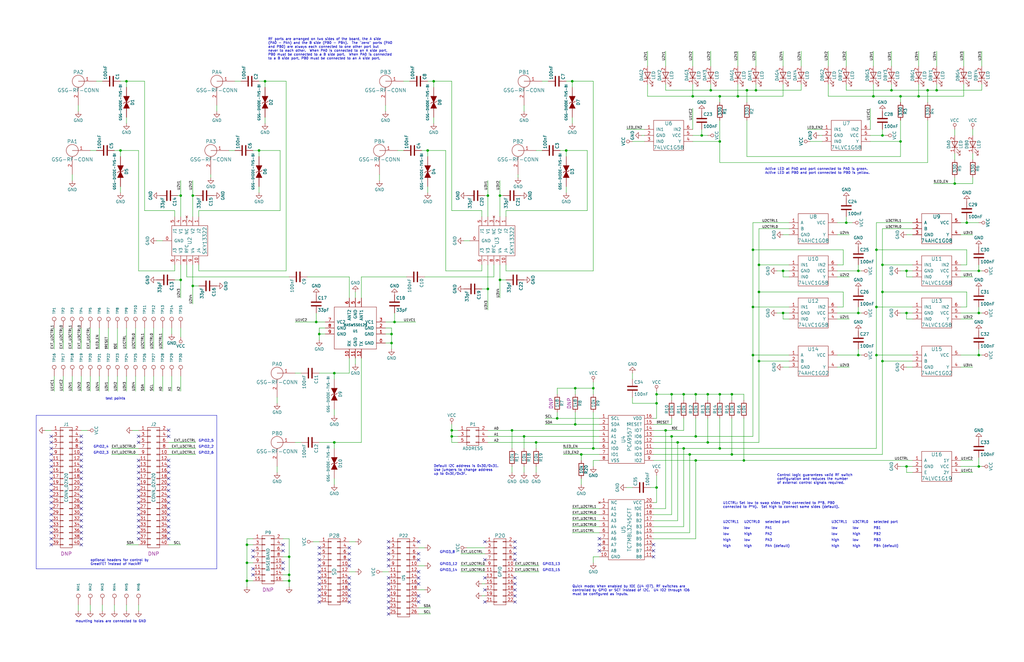
<source format=kicad_sch>
(kicad_sch (version 20230121) (generator eeschema)
  (paper "User" 431.8 279.4)
  (title_block (title "Opera Cake") (date "2016-10-04") (company "Copyright 2016 Great Scott Gadgets") (comment 1 "License: GPL v2"))
  (junction (at 215.9 181.61))
  (junction (at 293.37 184.15))
  (junction (at 245.11 191.77))
  (junction (at 412.75 114.3))
  (junction (at 81.28 120.65))
  (junction (at 220.98 184.15))
  (junction (at 205.74 121.92))
  (junction (at 369.57 129.54))
  (junction (at 210.82 118.11))
  (junction (at 121.92 234.95))
  (junction (at 361.95 132.08))
  (junction (at 250.19 189.23))
  (junction (at 382.27 132.08))
  (junction (at 190.5 181.61))
  (junction (at 330.2 132.08))
  (junction (at 356.87 93.98))
  (junction (at 372.11 57.15))
  (junction (at 372.11 123.19))
  (junction (at 369.57 149.86))
  (junction (at 372.11 111.76))
  (junction (at 283.21 166.37))
  (junction (at 372.11 152.4))
  (junction (at 288.29 189.23))
  (junction (at 250.19 163.83))
  (junction (at 412.75 149.86))
  (junction (at 412.75 196.85))
  (junction (at 298.45 166.37))
  (junction (at 53.34 34.29))
  (junction (at 121.92 245.11))
  (junction (at 402.59 77.47))
  (junction (at 140.97 157.48))
  (junction (at 382.27 114.3))
  (junction (at 190.5 184.15))
  (junction (at 276.86 166.37))
  (junction (at 320.04 111.76))
  (junction (at 205.74 82.55))
  (junction (at 276.86 170.18))
  (junction (at 241.3 34.29))
  (junction (at 412.75 132.08))
  (junction (at 50.8 63.5))
  (junction (at 330.2 114.3))
  (junction (at 320.04 123.19))
  (junction (at 298.45 186.69))
  (junction (at 292.1 40.64))
  (junction (at 407.67 93.98))
  (junction (at 290.83 191.77))
  (junction (at 293.37 166.37))
  (junction (at 165.1 144.78))
  (junction (at 134.62 140.97))
  (junction (at 314.96 38.1))
  (junction (at 303.53 189.23))
  (junction (at 234.95 176.53))
  (junction (at 104.14 229.87))
  (junction (at 387.35 40.64))
  (junction (at 375.92 38.1))
  (junction (at 361.95 114.3))
  (junction (at 311.15 40.64))
  (junction (at 182.88 34.29))
  (junction (at 308.61 166.37))
  (junction (at 242.57 179.07))
  (junction (at 288.29 166.37))
  (junction (at 313.69 194.31))
  (junction (at 382.27 196.85))
  (junction (at 133.35 135.89))
  (junction (at 121.92 242.57))
  (junction (at 140.97 186.69))
  (junction (at 81.28 82.55))
  (junction (at 318.77 38.1))
  (junction (at 317.5 129.54))
  (junction (at 76.2 118.11))
  (junction (at 111.76 34.29))
  (junction (at 166.37 135.89))
  (junction (at 361.95 149.86))
  (junction (at 369.57 105.41))
  (junction (at 317.5 105.41))
  (junction (at 226.06 186.69))
  (junction (at 303.53 166.37))
  (junction (at 308.61 191.77))
  (junction (at 276.86 205.74))
  (junction (at 379.73 40.64))
  (junction (at 303.53 40.64))
  (junction (at 391.16 38.1))
  (junction (at 109.22 63.5))
  (junction (at 180.34 63.5))
  (junction (at 280.67 181.61))
  (junction (at 303.53 59.69))
  (junction (at 320.04 152.4))
  (junction (at 394.97 38.1))
  (junction (at 295.91 57.15))
  (junction (at 104.14 237.49))
  (junction (at 210.82 82.55))
  (junction (at 317.5 149.86))
  (junction (at 285.75 186.69))
  (junction (at 165.1 140.97))
  (junction (at 238.76 63.5))
  (junction (at 299.72 38.1))
  (junction (at 104.14 245.11))
  (junction (at 293.37 194.31))
  (junction (at 368.3 40.64))
  (junction (at 76.2 82.55))
  (junction (at 283.21 184.15))
  (junction (at 379.73 59.69))
  (junction (at 242.57 163.83))
  (no_connect (at 71.12 196.85))
  (no_connect (at 252.73 232.41))
  (no_connect (at 58.42 209.55))
  (no_connect (at 147.32 251.46))
  (no_connect (at 71.12 207.01))
  (no_connect (at 147.32 238.76))
  (no_connect (at 217.17 228.6))
  (no_connect (at 134.62 241.3))
  (no_connect (at 21.59 212.09))
  (no_connect (at 71.12 184.15))
  (no_connect (at 71.12 222.25))
  (no_connect (at 71.12 214.63))
  (no_connect (at 58.42 227.33))
  (no_connect (at 163.83 259.08))
  (no_connect (at 58.42 219.71))
  (no_connect (at 176.53 241.3))
  (no_connect (at 204.47 236.22))
  (no_connect (at 275.59 229.87))
  (no_connect (at 217.17 251.46))
  (no_connect (at 21.59 186.69))
  (no_connect (at 275.59 232.41))
  (no_connect (at 34.29 194.31))
  (no_connect (at 21.59 199.39))
  (no_connect (at 176.53 228.6))
  (no_connect (at 134.62 248.92))
  (no_connect (at 71.12 201.93))
  (no_connect (at 34.29 186.69))
  (no_connect (at 21.59 184.15))
  (no_connect (at 58.42 201.93))
  (no_connect (at 58.42 224.79))
  (no_connect (at 34.29 212.09))
  (no_connect (at 58.42 199.39))
  (no_connect (at 34.29 214.63))
  (no_connect (at 71.12 217.17))
  (no_connect (at 58.42 217.17))
  (no_connect (at 34.29 196.85))
  (no_connect (at 204.47 228.6))
  (no_connect (at 71.12 227.33))
  (no_connect (at 217.17 243.84))
  (no_connect (at 106.68 240.03))
  (no_connect (at 21.59 191.77))
  (no_connect (at 163.83 233.68))
  (no_connect (at 58.42 194.31))
  (no_connect (at 119.38 229.87))
  (no_connect (at 176.53 233.68))
  (no_connect (at 163.83 236.22))
  (no_connect (at 163.83 228.6))
  (no_connect (at 163.83 254))
  (no_connect (at 21.59 214.63))
  (no_connect (at 21.59 189.23))
  (no_connect (at 176.53 251.46))
  (no_connect (at 106.68 242.57))
  (no_connect (at 147.32 236.22))
  (no_connect (at 252.73 229.87))
  (no_connect (at 163.83 256.54))
  (no_connect (at 217.17 231.14))
  (no_connect (at 21.59 219.71))
  (no_connect (at 58.42 184.15))
  (no_connect (at 34.29 199.39))
  (no_connect (at 163.83 243.84))
  (no_connect (at 147.32 233.68))
  (no_connect (at 147.32 231.14))
  (no_connect (at 119.38 237.49))
  (no_connect (at 34.29 227.33))
  (no_connect (at 58.42 207.01))
  (no_connect (at 163.83 231.14))
  (no_connect (at 147.32 243.84))
  (no_connect (at 34.29 204.47))
  (no_connect (at 204.47 254))
  (no_connect (at 71.12 204.47))
  (no_connect (at 147.32 246.38))
  (no_connect (at 21.59 227.33))
  (no_connect (at 147.32 254))
  (no_connect (at 34.29 201.93))
  (no_connect (at 119.38 240.03))
  (no_connect (at 217.17 246.38))
  (no_connect (at 176.53 246.38))
  (no_connect (at 21.59 194.31))
  (no_connect (at 58.42 196.85))
  (no_connect (at 275.59 234.95))
  (no_connect (at 34.29 184.15))
  (no_connect (at 21.59 217.17))
  (no_connect (at 34.29 219.71))
  (no_connect (at 34.29 209.55))
  (no_connect (at 71.12 194.31))
  (no_connect (at 34.29 207.01))
  (no_connect (at 71.12 209.55))
  (no_connect (at 21.59 229.87))
  (no_connect (at 34.29 191.77))
  (no_connect (at 58.42 222.25))
  (no_connect (at 204.47 243.84))
  (no_connect (at 71.12 224.79))
  (no_connect (at 34.29 189.23))
  (no_connect (at 217.17 233.68))
  (no_connect (at 21.59 204.47))
  (no_connect (at 71.12 212.09))
  (no_connect (at 106.68 234.95))
  (no_connect (at 176.53 243.84))
  (no_connect (at 21.59 196.85))
  (no_connect (at 217.17 248.92))
  (no_connect (at 134.62 243.84))
  (no_connect (at 204.47 248.92))
  (no_connect (at 134.62 238.76))
  (no_connect (at 71.12 181.61))
  (no_connect (at 217.17 254))
  (no_connect (at 58.42 204.47))
  (no_connect (at 34.29 229.87))
  (no_connect (at 119.38 232.41))
  (no_connect (at 21.59 224.79))
  (no_connect (at 58.42 186.69))
  (no_connect (at 134.62 233.68))
  (no_connect (at 106.68 232.41))
  (no_connect (at 163.83 251.46))
  (no_connect (at 58.42 214.63))
  (no_connect (at 58.42 212.09))
  (no_connect (at 134.62 254))
  (no_connect (at 252.73 227.33))
  (no_connect (at 134.62 236.22))
  (no_connect (at 21.59 207.01))
  (no_connect (at 176.53 236.22))
  (no_connect (at 176.53 254))
  (no_connect (at 217.17 236.22))
  (no_connect (at 134.62 246.38))
  (no_connect (at 21.59 222.25))
  (no_connect (at 163.83 238.76))
  (no_connect (at 34.29 224.79))
  (no_connect (at 134.62 231.14))
  (no_connect (at 34.29 217.17))
  (no_connect (at 21.59 209.55))
  (no_connect (at 134.62 251.46))
  (no_connect (at 34.29 222.25))
  (no_connect (at 163.83 246.38))
  (no_connect (at 71.12 199.39))
  (no_connect (at 163.83 248.92))
  (no_connect (at 71.12 219.71))
  (no_connect (at 21.59 201.93))
  (no_connect (at 147.32 248.92))
  (wire (pts (xy 280.67 181.61) (xy 288.29 181.61)))
  (wire (pts (xy 190.5 186.69) (xy 193.04 186.69)))
  (wire (pts (xy 76.2 118.11) (xy 76.2 125.73)))
  (wire (pts (xy 30.48 165.1) (xy 30.48 158.75)))
  (wire (pts (xy 121.92 245.11) (xy 121.92 247.65)))
  (wire (pts (xy 276.86 166.37) (xy 276.86 170.18)))
  (wire (pts (xy 74.93 82.55) (xy 76.2 82.55)))
  (wire (pts (xy 229.87 179.07) (xy 242.57 179.07)))
  (wire (pts (xy 361.95 129.54) (xy 361.95 132.08)))
  (wire (pts (xy 49.53 158.75) (xy 49.53 165.1)))
  (wire (pts (xy 204.47 251.46) (xy 203.2 251.46)))
  (wire (pts (xy 226.06 186.69) (xy 226.06 189.23)))
  (wire (pts (xy 349.25 40.64) (xy 368.3 40.64)))
  (wire (pts (xy 204.47 246.38) (xy 203.2 246.38)))
  (wire (pts (xy 375.92 21.59) (xy 375.92 27.94)))
  (wire (pts (xy 412.75 111.76) (xy 412.75 114.3)))
  (wire (pts (xy 53.34 165.1) (xy 53.34 158.75)))
  (wire (pts (xy 30.48 73.66) (xy 30.48 76.2)))
  (wire (pts (xy 387.35 21.59) (xy 387.35 27.94)))
  (wire (pts (xy 405.13 114.3) (xy 412.75 114.3)))
  (wire (pts (xy 379.73 50.8) (xy 379.73 59.69)))
  (wire (pts (xy 303.53 40.64) (xy 303.53 43.18)))
  (wire (pts (xy 88.9 73.66) (xy 88.9 74.93)))
  (wire (pts (xy 405.13 194.31) (xy 410.21 194.31)))
  (wire (pts (xy 412.75 147.32) (xy 412.75 149.86)))
  (wire (pts (xy 391.16 38.1) (xy 394.97 38.1)))
  (wire (pts (xy 379.73 132.08) (xy 382.27 132.08)))
  (wire (pts (xy 379.73 66.04) (xy 314.96 66.04)))
  (wire (pts (xy 369.57 129.54) (xy 369.57 149.86)))
  (wire (pts (xy 317.5 105.41) (xy 355.6 105.41)))
  (wire (pts (xy 76.2 82.55) (xy 76.2 91.44)))
  (wire (pts (xy 372.11 123.19) (xy 372.11 152.4)))
  (wire (pts (xy 356.87 38.1) (xy 375.92 38.1)))
  (wire (pts (xy 320.04 111.76) (xy 320.04 123.19)))
  (wire (pts (xy 368.3 21.59) (xy 368.3 27.94)))
  (wire (pts (xy 283.21 217.17) (xy 283.21 184.15)))
  (wire (pts (xy 273.05 40.64) (xy 292.1 40.64)))
  (wire (pts (xy 275.59 219.71) (xy 285.75 219.71)))
  (wire (pts (xy 387.35 40.64) (xy 387.35 35.56)))
  (wire (pts (xy 64.77 165.1) (xy 64.77 158.75)))
  (wire (pts (xy 266.7 205.74) (xy 264.16 205.74)))
  (wire (pts (xy 320.04 96.52) (xy 320.04 111.76)))
  (wire (pts (xy 190.5 184.15) (xy 193.04 184.15)))
  (wire (pts (xy 367.03 57.15) (xy 372.11 57.15)))
  (wire (pts (xy 314.96 38.1) (xy 318.77 38.1)))
  (wire (pts (xy 410.21 77.47) (xy 410.21 74.93)))
  (wire (pts (xy 60.96 34.29) (xy 60.96 88.9)))
  (wire (pts (xy 330.2 114.3) (xy 332.74 114.3)))
  (wire (pts (xy 215.9 181.61) (xy 215.9 189.23)))
  (wire (pts (xy 241.3 217.17) (xy 252.73 217.17)))
  (wire (pts (xy 283.21 184.15) (xy 275.59 184.15)))
  (wire (pts (xy 76.2 142.24) (xy 76.2 138.43)))
  (wire (pts (xy 250.19 163.83) (xy 250.19 166.37)))
  (wire (pts (xy 104.14 237.49) (xy 104.14 245.11)))
  (wire (pts (xy 303.53 50.8) (xy 303.53 59.69)))
  (wire (pts (xy 280.67 214.63) (xy 280.67 181.61)))
  (wire (pts (xy 358.14 154.94) (xy 353.06 154.94)))
  (wire (pts (xy 116.84 196.85) (xy 116.84 199.39)))
  (wire (pts (xy 410.21 116.84) (xy 405.13 116.84)))
  (wire (pts (xy 238.76 63.5) (xy 238.76 66.04)))
  (wire (pts (xy 147.32 157.48) (xy 147.32 151.13)))
  (wire (pts (xy 332.74 111.76) (xy 320.04 111.76)))
  (wire (pts (xy 320.04 123.19) (xy 355.6 123.19)))
  (wire (pts (xy 410.21 154.94) (xy 405.13 154.94)))
  (wire (pts (xy 205.74 181.61) (xy 215.9 181.61)))
  (wire (pts (xy 152.4 116.84) (xy 152.4 125.73)))
  (wire (pts (xy 293.37 166.37) (xy 293.37 168.91)))
  (wire (pts (xy 121.92 242.57) (xy 121.92 245.11)))
  (wire (pts (xy 410.21 199.39) (xy 405.13 199.39)))
  (wire (pts (xy 119.38 234.95) (xy 121.92 234.95)))
  (wire (pts (xy 196.85 231.14) (xy 204.47 231.14)))
  (wire (pts (xy 53.34 34.29) (xy 53.34 36.83)))
  (wire (pts (xy 38.1 147.32) (xy 38.1 138.43)))
  (wire (pts (xy 22.86 147.32) (xy 22.86 138.43)))
  (wire (pts (xy 118.11 88.9) (xy 83.82 88.9)))
  (wire (pts (xy 180.34 81.28) (xy 180.34 78.74)))
  (wire (pts (xy 210.82 118.11) (xy 210.82 125.73)))
  (wire (pts (xy 276.86 170.18) (xy 276.86 176.53)))
  (wire (pts (xy 356.87 91.44) (xy 356.87 93.98)))
  (wire (pts (xy 353.06 114.3) (xy 361.95 114.3)))
  (wire (pts (xy 57.15 165.1) (xy 57.15 158.75)))
  (wire (pts (xy 68.58 147.32) (xy 68.58 138.43)))
  (wire (pts (xy 81.28 111.76) (xy 81.28 120.65)))
  (wire (pts (xy 50.8 81.28) (xy 50.8 78.74)))
  (wire (pts (xy 220.98 184.15) (xy 252.73 184.15)))
  (wire (pts (xy 250.19 34.29) (xy 250.19 114.3)))
  (wire (pts (xy 266.7 160.02) (xy 266.7 157.48)))
  (wire (pts (xy 111.76 52.07) (xy 111.76 49.53)))
  (wire (pts (xy 330.2 132.08) (xy 332.74 132.08)))
  (wire (pts (xy 372.11 57.15) (xy 373.38 57.15)))
  (wire (pts (xy 330.2 99.06) (xy 332.74 99.06)))
  (wire (pts (xy 330.2 154.94) (xy 332.74 154.94)))
  (wire (pts (xy 379.73 196.85) (xy 382.27 196.85)))
  (wire (pts (xy 137.16 138.43) (xy 134.62 138.43)))
  (wire (pts (xy 241.3 219.71) (xy 252.73 219.71)))
  (wire (pts (xy 275.59 181.61) (xy 280.67 181.61)))
  (wire (pts (xy 210.82 82.55) (xy 210.82 91.44)))
  (wire (pts (xy 353.06 132.08) (xy 361.95 132.08)))
  (wire (pts (xy 53.34 34.29) (xy 60.96 34.29)))
  (wire (pts (xy 340.36 54.61) (xy 346.71 54.61)))
  (wire (pts (xy 405.13 149.86) (xy 412.75 149.86)))
  (wire (pts (xy 345.44 57.15) (xy 346.71 57.15)))
  (wire (pts (xy 247.65 63.5) (xy 247.65 88.9)))
  (wire (pts (xy 290.83 224.79) (xy 290.83 191.77)))
  (wire (pts (xy 190.5 88.9) (xy 203.2 88.9)))
  (wire (pts (xy 382.27 132.08) (xy 384.81 132.08)))
  (wire (pts (xy 405.13 134.62) (xy 410.21 134.62)))
  (wire (pts (xy 83.82 120.65) (xy 81.28 120.65)))
  (wire (pts (xy 293.37 184.15) (xy 293.37 176.53)))
  (wire (pts (xy 414.02 21.59) (xy 414.02 27.94)))
  (wire (pts (xy 382.27 114.3) (xy 384.81 114.3)))
  (wire (pts (xy 48.26 63.5) (xy 50.8 63.5)))
  (wire (pts (xy 179.07 238.76) (xy 176.53 238.76)))
  (wire (pts (xy 64.77 138.43) (xy 64.77 147.32)))
  (wire (pts (xy 412.75 149.86) (xy 414.02 149.86)))
  (wire (pts (xy 250.19 189.23) (xy 252.73 189.23)))
  (wire (pts (xy 382.27 99.06) (xy 384.81 99.06)))
  (wire (pts (xy 375.92 38.1) (xy 391.16 38.1)))
  (wire (pts (xy 293.37 194.31) (xy 313.69 194.31)))
  (wire (pts (xy 33.02 44.45) (xy 33.02 46.99)))
  (wire (pts (xy 293.37 227.33) (xy 293.37 194.31)))
  (wire (pts (xy 120.65 34.29) (xy 120.65 114.3)))
  (wire (pts (xy 205.74 184.15) (xy 220.98 184.15)))
  (wire (pts (xy 91.44 44.45) (xy 91.44 46.99)))
  (wire (pts (xy 412.75 193.04) (xy 412.75 196.85)))
  (wire (pts (xy 210.82 76.2) (xy 210.82 82.55)))
  (wire (pts (xy 83.82 114.3) (xy 83.82 111.76)))
  (wire (pts (xy 194.31 241.3) (xy 204.47 241.3)))
  (wire (pts (xy 288.29 166.37) (xy 288.29 168.91)))
  (wire (pts (xy 165.1 140.97) (xy 165.1 144.78)))
  (wire (pts (xy 317.5 105.41) (xy 317.5 129.54)))
  (wire (pts (xy 165.1 144.78) (xy 162.56 144.78)))
  (wire (pts (xy 165.1 138.43) (xy 165.1 140.97)))
  (wire (pts (xy 55.88 181.61) (xy 58.42 181.61)))
  (wire (pts (xy 270.51 57.15) (xy 271.78 57.15)))
  (wire (pts (xy 106.68 63.5) (xy 109.22 63.5)))
  (wire (pts (xy 82.55 186.69) (xy 71.12 186.69)))
  (wire (pts (xy 215.9 181.61) (xy 252.73 181.61)))
  (wire (pts (xy 78.74 111.76) (xy 78.74 116.84)))
  (wire (pts (xy 238.76 63.5) (xy 247.65 63.5)))
  (wire (pts (xy 361.95 132.08) (xy 363.22 132.08)))
  (wire (pts (xy 275.59 194.31) (xy 293.37 194.31)))
  (wire (pts (xy 393.7 77.47) (xy 402.59 77.47)))
  (wire (pts (xy 152.4 186.69) (xy 152.4 151.13)))
  (wire (pts (xy 210.82 82.55) (xy 212.09 82.55)))
  (wire (pts (xy 234.95 176.53) (xy 252.73 176.53)))
  (wire (pts (xy 76.2 76.2) (xy 76.2 82.55)))
  (wire (pts (xy 308.61 191.77) (xy 290.83 191.77)))
  (wire (pts (xy 242.57 173.99) (xy 242.57 179.07)))
  (wire (pts (xy 167.64 63.5) (xy 170.18 63.5)))
  (polyline (pts (xy 91.44 240.03) (xy 15.24 240.03)))
  (wire (pts (xy 368.3 40.64) (xy 379.73 40.64)))
  (wire (pts (xy 124.46 135.89) (xy 133.35 135.89)))
  (wire (pts (xy 149.86 151.13) (xy 149.86 153.67)))
  (wire (pts (xy 165.1 144.78) (xy 165.1 147.32)))
  (wire (pts (xy 204.47 238.76) (xy 194.31 238.76)))
  (wire (pts (xy 242.57 163.83) (xy 242.57 166.37)))
  (wire (pts (xy 337.82 21.59) (xy 337.82 27.94)))
  (wire (pts (xy 290.83 191.77) (xy 275.59 191.77)))
  (wire (pts (xy 303.53 166.37) (xy 303.53 168.91)))
  (wire (pts (xy 320.04 123.19) (xy 320.04 152.4)))
  (wire (pts (xy 46.99 189.23) (xy 58.42 189.23)))
  (wire (pts (xy 410.21 64.77) (xy 410.21 67.31)))
  (wire (pts (xy 82.55 189.23) (xy 71.12 189.23)))
  (wire (pts (xy 121.92 227.33) (xy 121.92 234.95)))
  (wire (pts (xy 349.25 21.59) (xy 349.25 27.94)))
  (wire (pts (xy 308.61 166.37) (xy 313.69 166.37)))
  (wire (pts (xy 353.06 134.62) (xy 358.14 134.62)))
  (wire (pts (xy 406.4 40.64) (xy 406.4 35.56)))
  (wire (pts (xy 190.5 34.29) (xy 190.5 88.9)))
  (wire (pts (xy 318.77 38.1) (xy 318.77 35.56)))
  (wire (pts (xy 402.59 77.47) (xy 410.21 77.47)))
  (wire (pts (xy 412.75 129.54) (xy 412.75 132.08)))
  (wire (pts (xy 180.34 63.5) (xy 180.34 66.04)))
  (wire (pts (xy 295.91 54.61) (xy 295.91 57.15)))
  (wire (pts (xy 218.44 73.66) (xy 218.44 74.93)))
  (wire (pts (xy 180.34 34.29) (xy 182.88 34.29)))
  (wire (pts (xy 292.1 57.15) (xy 295.91 57.15)))
  (wire (pts (xy 288.29 189.23) (xy 275.59 189.23)))
  (wire (pts (xy 295.91 57.15) (xy 298.45 57.15)))
  (wire (pts (xy 220.98 184.15) (xy 220.98 189.23)))
  (wire (pts (xy 104.14 227.33) (xy 104.14 229.87)))
  (wire (pts (xy 81.28 120.65) (xy 81.28 128.27)))
  (wire (pts (xy 303.53 189.23) (xy 303.53 176.53)))
  (wire (pts (xy 355.6 123.19) (xy 355.6 129.54)))
  (wire (pts (xy 58.42 63.5) (xy 58.42 114.3)))
  (wire (pts (xy 220.98 44.45) (xy 220.98 46.99)))
  (wire (pts (xy 119.38 227.33) (xy 121.92 227.33)))
  (wire (pts (xy 275.59 222.25) (xy 288.29 222.25)))
  (wire (pts (xy 382.27 199.39) (xy 384.81 199.39)))
  (wire (pts (xy 76.2 111.76) (xy 76.2 118.11)))
  (wire (pts (xy 384.81 96.52) (xy 372.11 96.52)))
  (wire (pts (xy 298.45 176.53) (xy 298.45 186.69)))
  (wire (pts (xy 57.15 138.43) (xy 57.15 147.32)))
  (wire (pts (xy 382.27 132.08) (xy 382.27 134.62)))
  (wire (pts (xy 53.34 147.32) (xy 53.34 138.43)))
  (wire (pts (xy 361.95 114.3) (xy 363.22 114.3)))
  (wire (pts (xy 50.8 34.29) (xy 53.34 34.29)))
  (wire (pts (xy 276.86 176.53) (xy 275.59 176.53)))
  (wire (pts (xy 58.42 255.27) (xy 58.42 257.81)))
  (wire (pts (xy 349.25 35.56) (xy 349.25 40.64)))
  (wire (pts (xy 187.96 63.5) (xy 187.96 114.3)))
  (wire (pts (xy 285.75 186.69) (xy 275.59 186.69)))
  (wire (pts (xy 179.07 248.92) (xy 176.53 248.92)))
  (wire (pts (xy 250.19 114.3) (xy 213.36 114.3)))
  (wire (pts (xy 355.6 111.76) (xy 353.06 111.76)))
  (wire (pts (xy 147.32 116.84) (xy 147.32 125.73)))
  (wire (pts (xy 149.86 123.19) (xy 149.86 125.73)))
  (wire (pts (xy 311.15 21.59) (xy 311.15 27.94)))
  (wire (pts (xy 227.33 238.76) (xy 217.17 238.76)))
  (wire (pts (xy 361.95 111.76) (xy 361.95 114.3)))
  (wire (pts (xy 81.28 76.2) (xy 81.28 82.55)))
  (wire (pts (xy 369.57 129.54) (xy 384.81 129.54)))
  (wire (pts (xy 220.98 196.85) (xy 220.98 199.39)))
  (wire (pts (xy 140.97 157.48) (xy 147.32 157.48)))
  (wire (pts (xy 318.77 38.1) (xy 337.82 38.1)))
  (wire (pts (xy 273.05 21.59) (xy 273.05 27.94)))
  (wire (pts (xy 303.53 68.58) (xy 391.16 68.58)))
  (wire (pts (xy 369.57 149.86) (xy 384.81 149.86)))
  (wire (pts (xy 213.36 114.3) (xy 213.36 111.76)))
  (wire (pts (xy 134.62 186.69) (xy 140.97 186.69)))
  (wire (pts (xy 229.87 176.53) (xy 234.95 176.53)))
  (wire (pts (xy 241.3 214.63) (xy 252.73 214.63)))
  (wire (pts (xy 283.21 179.07) (xy 283.21 176.53)))
  (wire (pts (xy 38.1 255.27) (xy 38.1 257.81)))
  (wire (pts (xy 96.52 63.5) (xy 99.06 63.5)))
  (wire (pts (xy 402.59 74.93) (xy 402.59 77.47)))
  (wire (pts (xy 48.26 255.27) (xy 48.26 257.81)))
  (wire (pts (xy 299.72 21.59) (xy 299.72 27.94)))
  (wire (pts (xy 303.53 40.64) (xy 311.15 40.64)))
  (wire (pts (xy 127 157.48) (xy 124.46 157.48)))
  (wire (pts (xy 226.06 196.85) (xy 226.06 199.39)))
  (wire (pts (xy 327.66 114.3) (xy 330.2 114.3)))
  (polyline (pts (xy 15.24 175.26) (xy 91.44 175.26)))
  (wire (pts (xy 311.15 40.64) (xy 330.2 40.64)))
  (wire (pts (xy 205.74 82.55) (xy 205.74 91.44)))
  (wire (pts (xy 234.95 173.99) (xy 234.95 176.53)))
  (wire (pts (xy 283.21 166.37) (xy 288.29 166.37)))
  (wire (pts (xy 104.14 237.49) (xy 106.68 237.49)))
  (wire (pts (xy 368.3 40.64) (xy 368.3 35.56)))
  (wire (pts (xy 405.13 132.08) (xy 412.75 132.08)))
  (wire (pts (xy 292.1 59.69) (xy 303.53 59.69)))
  (wire (pts (xy 53.34 255.27) (xy 53.34 257.81)))
  (wire (pts (xy 40.64 34.29) (xy 43.18 34.29)))
  (wire (pts (xy 245.11 201.93) (xy 245.11 204.47)))
  (wire (pts (xy 134.62 138.43) (xy 134.62 140.97)))
  (wire (pts (xy 166.37 132.08) (xy 166.37 135.89)))
  (wire (pts (xy 53.34 52.07) (xy 53.34 49.53)))
  (wire (pts (xy 149.86 241.3) (xy 147.32 241.3)))
  (wire (pts (xy 121.92 234.95) (xy 121.92 242.57)))
  (wire (pts (xy 327.66 132.08) (xy 330.2 132.08)))
  (wire (pts (xy 205.74 186.69) (xy 226.06 186.69)))
  (wire (pts (xy 238.76 34.29) (xy 241.3 34.29)))
  (wire (pts (xy 372.11 54.61) (xy 372.11 57.15)))
  (wire (pts (xy 83.82 88.9) (xy 83.82 91.44)))
  (wire (pts (xy 41.91 138.43) (xy 41.91 147.32)))
  (wire (pts (xy 66.04 101.6) (xy 68.58 101.6)))
  (wire (pts (xy 58.42 114.3) (xy 73.66 114.3)))
  (wire (pts (xy 121.92 242.57) (xy 119.38 242.57)))
  (wire (pts (xy 353.06 116.84) (xy 358.14 116.84)))
  (wire (pts (xy 72.39 158.75) (xy 72.39 165.1)))
  (wire (pts (xy 372.11 152.4) (xy 372.11 191.77)))
  (wire (pts (xy 73.66 114.3) (xy 73.66 111.76)))
  (wire (pts (xy 204.47 233.68) (xy 194.31 233.68)))
  (polyline (pts (xy 91.44 175.26) (xy 91.44 240.03)))
  (wire (pts (xy 161.29 241.3) (xy 163.83 241.3)))
  (wire (pts (xy 41.91 158.75) (xy 41.91 165.1)))
  (wire (pts (xy 320.04 152.4) (xy 332.74 152.4)))
  (wire (pts (xy 410.21 54.61) (xy 410.21 57.15)))
  (wire (pts (xy 238.76 81.28) (xy 238.76 78.74)))
  (wire (pts (xy 382.27 116.84) (xy 384.81 116.84)))
  (wire (pts (xy 242.57 163.83) (xy 250.19 163.83)))
  (wire (pts (xy 215.9 196.85) (xy 215.9 199.39)))
  (wire (pts (xy 317.5 149.86) (xy 317.5 184.15)))
  (wire (pts (xy 236.22 63.5) (xy 238.76 63.5)))
  (wire (pts (xy 379.73 40.64) (xy 379.73 43.18)))
  (wire (pts (xy 78.74 116.84) (xy 121.92 116.84)))
  (wire (pts (xy 109.22 34.29) (xy 111.76 34.29)))
  (wire (pts (xy 43.18 255.27) (xy 43.18 257.81)))
  (wire (pts (xy 407.67 92.71) (xy 407.67 93.98)))
  (wire (pts (xy 166.37 135.89) (xy 175.26 135.89)))
  (wire (pts (xy 162.56 140.97) (xy 165.1 140.97)))
  (wire (pts (xy 104.14 245.11) (xy 104.14 247.65)))
  (wire (pts (xy 394.97 21.59) (xy 394.97 27.94)))
  (wire (pts (xy 190.5 181.61) (xy 190.5 184.15)))
  (wire (pts (xy 369.57 189.23) (xy 303.53 189.23)))
  (wire (pts (xy 298.45 186.69) (xy 285.75 186.69)))
  (wire (pts (xy 109.22 81.28) (xy 109.22 78.74)))
  (wire (pts (xy 124.46 186.69) (xy 127 186.69)))
  (wire (pts (xy 162.56 138.43) (xy 165.1 138.43)))
  (wire (pts (xy 234.95 163.83) (xy 234.95 166.37)))
  (wire (pts (xy 34.29 181.61) (xy 36.83 181.61)))
  (wire (pts (xy 68.58 165.1) (xy 68.58 158.75)))
  (wire (pts (xy 208.28 116.84) (xy 179.07 116.84)))
  (wire (pts (xy 382.27 134.62) (xy 384.81 134.62)))
  (wire (pts (xy 133.35 132.08) (xy 133.35 135.89)))
  (wire (pts (xy 22.86 165.1) (xy 22.86 158.75)))
  (wire (pts (xy 330.2 116.84) (xy 332.74 116.84)))
  (wire (pts (xy 303.53 59.69) (xy 303.53 68.58)))
  (wire (pts (xy 203.2 88.9) (xy 203.2 91.44)))
  (wire (pts (xy 120.65 114.3) (xy 83.82 114.3)))
  (wire (pts (xy 303.53 166.37) (xy 308.61 166.37)))
  (wire (pts (xy 241.3 222.25) (xy 252.73 222.25)))
  (wire (pts (xy 330.2 132.08) (xy 330.2 134.62)))
  (wire (pts (xy 237.49 191.77) (xy 245.11 191.77)))
  (wire (pts (xy 275.59 214.63) (xy 280.67 214.63)))
  (wire (pts (xy 19.05 181.61) (xy 21.59 181.61)))
  (wire (pts (xy 204.47 82.55) (xy 205.74 82.55)))
  (wire (pts (xy 76.2 165.1) (xy 76.2 158.75)))
  (wire (pts (xy 73.66 118.11) (xy 76.2 118.11)))
  (wire (pts (xy 361.95 149.86) (xy 361.95 147.32)))
  (wire (pts (xy 276.86 165.1) (xy 276.86 166.37)))
  (wire (pts (xy 337.82 38.1) (xy 337.82 35.56)))
  (wire (pts (xy 30.48 147.32) (xy 30.48 138.43)))
  (wire (pts (xy 353.06 93.98) (xy 356.87 93.98)))
  (wire (pts (xy 228.6 34.29) (xy 231.14 34.29)))
  (wire (pts (xy 181.61 256.54) (xy 176.53 256.54)))
  (wire (pts (xy 182.88 34.29) (xy 190.5 34.29)))
  (wire (pts (xy 140.97 186.69) (xy 152.4 186.69)))
  (wire (pts (xy 132.08 228.6) (xy 134.62 228.6)))
  (wire (pts (xy 369.57 93.98) (xy 369.57 105.41)))
  (wire (pts (xy 407.67 129.54) (xy 405.13 129.54)))
  (wire (pts (xy 242.57 179.07) (xy 252.73 179.07)))
  (wire (pts (xy 369.57 105.41) (xy 407.67 105.41)))
  (wire (pts (xy 379.73 40.64) (xy 387.35 40.64)))
  (wire (pts (xy 162.56 44.45) (xy 162.56 46.99)))
  (wire (pts (xy 38.1 63.5) (xy 40.64 63.5)))
  (wire (pts (xy 109.22 63.5) (xy 118.11 63.5)))
  (wire (pts (xy 303.53 189.23) (xy 288.29 189.23)))
  (wire (pts (xy 369.57 105.41) (xy 369.57 129.54)))
  (wire (pts (xy 140.97 186.69) (xy 140.97 189.23)))
  (wire (pts (xy 106.68 229.87) (xy 104.14 229.87)))
  (wire (pts (xy 60.96 158.75) (xy 60.96 165.1)))
  (wire (pts (xy 412.75 196.85) (xy 414.02 196.85)))
  (wire (pts (xy 308.61 166.37) (xy 308.61 168.91)))
  (wire (pts (xy 237.49 189.23) (xy 250.19 189.23)))
  (wire (pts (xy 226.06 186.69) (xy 252.73 186.69)))
  (wire (pts (xy 34.29 158.75) (xy 34.29 165.1)))
  (wire (pts (xy 134.62 157.48) (xy 140.97 157.48)))
  (wire (pts (xy 38.1 165.1) (xy 38.1 158.75)))
  (wire (pts (xy 292.1 40.64) (xy 292.1 35.56)))
  (wire (pts (xy 241.3 34.29) (xy 241.3 36.83)))
  (wire (pts (xy 205.74 76.2) (xy 205.74 82.55)))
  (wire (pts (xy 182.88 34.29) (xy 182.88 36.83)))
  (wire (pts (xy 104.14 229.87) (xy 104.14 237.49)))
  (wire (pts (xy 73.66 88.9) (xy 73.66 91.44)))
  (wire (pts (xy 356.87 21.59) (xy 356.87 27.94)))
  (wire (pts (xy 182.88 52.07) (xy 182.88 49.53)))
  (wire (pts (xy 133.35 135.89) (xy 137.16 135.89)))
  (wire (pts (xy 250.19 173.99) (xy 250.19 189.23)))
  (wire (pts (xy 394.97 38.1) (xy 394.97 35.56)))
  (wire (pts (xy 72.39 138.43) (xy 72.39 140.97)))
  (wire (pts (xy 226.06 63.5) (xy 228.6 63.5)))
  (wire (pts (xy 152.4 116.84) (xy 171.45 116.84)))
  (wire (pts (xy 367.03 59.69) (xy 379.73 59.69)))
  (wire (pts (xy 298.45 166.37) (xy 298.45 168.91)))
  (wire (pts (xy 288.29 222.25) (xy 288.29 189.23)))
  (wire (pts (xy 99.06 34.29) (xy 101.6 34.29)))
  (wire (pts (xy 298.45 166.37) (xy 303.53 166.37)))
  (wire (pts (xy 190.5 179.07) (xy 190.5 181.61)))
  (wire (pts (xy 116.84 167.64) (xy 116.84 170.18)))
  (wire (pts (xy 53.34 229.87) (xy 58.42 229.87)))
  (wire (pts (xy 34.29 138.43) (xy 34.29 147.32)))
  (wire (pts (xy 205.74 121.92) (xy 205.74 130.81)))
  (wire (pts (xy 293.37 184.15) (xy 283.21 184.15)))
  (wire (pts (xy 276.86 170.18) (xy 266.7 170.18)))
  (wire (pts (xy 317.5 93.98) (xy 332.74 93.98)))
  (wire (pts (xy 414.02 38.1) (xy 414.02 35.56)))
  (wire (pts (xy 308.61 176.53) (xy 308.61 191.77)))
  (wire (pts (xy 190.5 184.15) (xy 190.5 186.69)))
  (wire (pts (xy 46.99 191.77) (xy 58.42 191.77)))
  (wire (pts (xy 372.11 152.4) (xy 384.81 152.4)))
  (wire (pts (xy 160.02 73.66) (xy 160.02 76.2)))
  (wire (pts (xy 382.27 196.85) (xy 384.81 196.85)))
  (wire (pts (xy 234.95 163.83) (xy 242.57 163.83)))
  (wire (pts (xy 264.16 54.61) (xy 271.78 54.61)))
  (wire (pts (xy 341.63 59.69) (xy 346.71 59.69)))
  (wire (pts (xy 317.5 93.98) (xy 317.5 105.41)))
  (wire (pts (xy 288.29 166.37) (xy 293.37 166.37)))
  (wire (pts (xy 369.57 149.86) (xy 369.57 189.23)))
  (wire (pts (xy 407.67 111.76) (xy 405.13 111.76)))
  (wire (pts (xy 121.92 245.11) (xy 119.38 245.11)))
  (wire (pts (xy 203.2 114.3) (xy 203.2 111.76)))
  (wire (pts (xy 299.72 38.1) (xy 314.96 38.1)))
  (wire (pts (xy 140.97 157.48) (xy 140.97 160.02)))
  (wire (pts (xy 314.96 66.04) (xy 314.96 50.8)))
  (wire (pts (xy 313.69 194.31) (xy 384.81 194.31)))
  (wire (pts (xy 149.86 228.6) (xy 147.32 228.6)))
  (wire (pts (xy 280.67 38.1) (xy 280.67 35.56)))
  (wire (pts (xy 311.15 40.64) (xy 311.15 35.56)))
  (wire (pts (xy 317.5 184.15) (xy 293.37 184.15)))
  (wire (pts (xy 407.67 123.19) (xy 407.67 129.54)))
  (wire (pts (xy 109.22 63.5) (xy 109.22 66.04)))
  (wire (pts (xy 293.37 166.37) (xy 298.45 166.37)))
  (wire (pts (xy 372.11 96.52) (xy 372.11 111.76)))
  (wire (pts (xy 180.34 63.5) (xy 187.96 63.5)))
  (wire (pts (xy 355.6 105.41) (xy 355.6 111.76)))
  (wire (pts (xy 177.8 63.5) (xy 180.34 63.5)))
  (wire (pts (xy 379.73 59.69) (xy 379.73 66.04)))
  (wire (pts (xy 140.97 204.47) (xy 140.97 201.93)))
  (wire (pts (xy 111.76 34.29) (xy 111.76 36.83)))
  (wire (pts (xy 330.2 21.59) (xy 330.2 27.94)))
  (wire (pts (xy 391.16 68.58) (xy 391.16 50.8)))
  (wire (pts (xy 250.19 196.85) (xy 250.19 194.31)))
  (wire (pts (xy 369.57 93.98) (xy 384.81 93.98)))
  (wire (pts (xy 50.8 63.5) (xy 58.42 63.5)))
  (wire (pts (xy 81.28 82.55) (xy 81.28 91.44)))
  (wire (pts (xy 140.97 175.26) (xy 140.97 172.72)))
  (wire (pts (xy 372.11 111.76) (xy 372.11 123.19)))
  (wire (pts (xy 170.18 34.29) (xy 172.72 34.29)))
  (wire (pts (xy 280.67 21.59) (xy 280.67 27.94)))
  (wire (pts (xy 292.1 21.59) (xy 292.1 27.94)))
  (wire (pts (xy 82.55 82.55) (xy 81.28 82.55)))
  (wire (pts (xy 60.96 147.32) (xy 60.96 138.43)))
  (wire (pts (xy 134.62 140.97) (xy 137.16 140.97)))
  (polyline (pts (xy 15.24 240.03) (xy 15.24 175.26)))
  (wire (pts (xy 275.59 227.33) (xy 293.37 227.33)))
  (wire (pts (xy 213.36 88.9) (xy 213.36 91.44)))
  (wire (pts (xy 250.19 161.29) (xy 250.19 163.83)))
  (wire (pts (xy 285.75 219.71) (xy 285.75 186.69)))
  (wire (pts (xy 314.96 38.1) (xy 314.96 43.18)))
  (wire (pts (xy 320.04 186.69) (xy 298.45 186.69)))
  (wire (pts (xy 356.87 38.1) (xy 356.87 35.56)))
  (wire (pts (xy 330.2 134.62) (xy 332.74 134.62)))
  (wire (pts (xy 412.75 114.3) (xy 414.02 114.3)))
  (wire (pts (xy 276.86 212.09) (xy 275.59 212.09)))
  (wire (pts (xy 203.2 121.92) (xy 205.74 121.92)))
  (wire (pts (xy 106.68 227.33) (xy 104.14 227.33)))
  (wire (pts (xy 412.75 132.08) (xy 414.02 132.08)))
  (wire (pts (xy 162.56 135.89) (xy 166.37 135.89)))
  (wire (pts (xy 288.29 181.61) (xy 288.29 176.53)))
  (wire (pts (xy 382.27 196.85) (xy 382.27 199.39)))
  (wire (pts (xy 276.86 205.74) (xy 274.32 205.74)))
  (wire (pts (xy 406.4 21.59) (xy 406.4 27.94)))
  (wire (pts (xy 407.67 93.98) (xy 412.75 93.98)))
  (wire (pts (xy 402.59 64.77) (xy 402.59 67.31)))
  (wire (pts (xy 275.59 179.07) (xy 283.21 179.07)))
  (wire (pts (xy 317.5 129.54) (xy 332.74 129.54)))
  (wire (pts (xy 179.07 231.14) (xy 176.53 231.14)))
  (wire (pts (xy 283.21 166.37) (xy 283.21 168.91)))
  (wire (pts (xy 245.11 191.77) (xy 252.73 191.77)))
  (wire (pts (xy 275.59 224.79) (xy 290.83 224.79)))
  (wire (pts (xy 26.67 138.43) (xy 26.67 147.32)))
  (wire (pts (xy 394.97 38.1) (xy 414.02 38.1)))
  (wire (pts (xy 375.92 35.56) (xy 375.92 38.1)))
  (wire (pts (xy 45.72 165.1) (xy 45.72 158.75)))
  (wire (pts (xy 330.2 40.64) (xy 330.2 35.56)))
  (wire (pts (xy 353.06 149.86) (xy 361.95 149.86)))
  (wire (pts (xy 356.87 93.98) (xy 359.41 93.98)))
  (wire (pts (xy 405.13 99.06) (xy 410.21 99.06)))
  (wire (pts (xy 250.19 194.31) (xy 252.73 194.31)))
  (wire (pts (xy 299.72 35.56) (xy 299.72 38.1)))
  (wire (pts (xy 26.67 158.75) (xy 26.67 165.1)))
  (wire (pts (xy 372.11 123.19) (xy 407.67 123.19)))
  (wire (pts (xy 275.59 217.17) (xy 283.21 217.17)))
  (wire (pts (xy 111.76 34.29) (xy 120.65 34.29)))
  (wire (pts (xy 317.5 149.86) (xy 332.74 149.86)))
  (wire (pts (xy 241.3 52.07) (xy 241.3 49.53)))
  (wire (pts (xy 205.74 111.76) (xy 205.74 121.92)))
  (wire (pts (xy 217.17 241.3) (xy 227.33 241.3)))
  (wire (pts (xy 33.02 255.27) (xy 33.02 257.81)))
  (wire (pts (xy 190.5 181.61) (xy 193.04 181.61)))
  (wire (pts (xy 407.67 105.41) (xy 407.67 111.76)))
  (wire (pts (xy 402.59 54.61) (xy 402.59 57.15)))
  (wire (pts (xy 245.11 191.77) (xy 245.11 194.31)))
  (wire (pts (xy 320.04 152.4) (xy 320.04 186.69)))
  (wire (pts (xy 76.2 229.87) (xy 71.12 229.87)))
  (wire (pts (xy 247.65 88.9) (xy 213.36 88.9)))
  (wire (pts (xy 313.69 166.37) (xy 313.69 168.91)))
  (wire (pts (xy 273.05 35.56) (xy 273.05 40.64)))
  (wire (pts (xy 60.96 88.9) (xy 73.66 88.9)))
  (wire (pts (xy 276.86 166.37) (xy 283.21 166.37)))
  (wire (pts (xy 82.55 191.77) (xy 71.12 191.77)))
  (wire (pts (xy 181.61 259.08) (xy 176.53 259.08)))
  (wire (pts (xy 208.28 111.76) (xy 208.28 116.84)))
  (wire (pts (xy 391.16 38.1) (xy 391.16 43.18)))
  (wire (pts (xy 241.3 34.29) (xy 250.19 34.29)))
  (wire (pts (xy 104.14 245.11) (xy 106.68 245.11)))
  (wire (pts (xy 313.69 194.31) (xy 313.69 176.53)))
  (wire (pts (xy 134.62 140.97) (xy 134.62 143.51)))
  (wire (pts (xy 330.2 114.3) (xy 330.2 116.84)))
  (wire (pts (xy 187.96 114.3) (xy 203.2 114.3)))
  (wire (pts (xy 372.11 191.77) (xy 308.61 191.77)))
  (wire (pts (xy 118.11 63.5) (xy 118.11 88.9)))
  (wire (pts (xy 276.86 205.74) (xy 276.86 212.09)))
  (wire (pts (xy 353.06 99.06) (xy 358.14 99.06)))
  (wire (pts (xy 405.13 93.98) (xy 407.67 93.98)))
  (wire (pts (xy 241.3 224.79) (xy 252.73 224.79)))
  (wire (pts (xy 367.03 45.72) (xy 367.03 54.61)))
  (wire (pts (xy 213.36 118.11) (xy 210.82 118.11)))
  (wire (pts (xy 50.8 63.5) (xy 50.8 66.04)))
  (wire (pts (xy 276.86 200.66) (xy 276.86 205.74)))
  (wire (pts (xy 379.73 114.3) (xy 382.27 114.3)))
  (wire (pts (xy 210.82 111.76) (xy 210.82 118.11)))
  (wire (pts (xy 384.81 111.76) (xy 372.11 111.76)))
  (wire (pts (xy 318.77 21.59) (xy 318.77 27.94)))
  (wire (pts (xy 382.27 114.3) (xy 382.27 116.84)))
  (wire (pts (xy 292.1 54.61) (xy 292.1 45.72)))
  (wire (pts (xy 45.72 147.32) (xy 45.72 138.43)))
  (wire (pts (xy 195.58 101.6) (xy 198.12 101.6)))
  (wire (pts (xy 361.95 149.86) (xy 363.22 149.86)))
  (wire (pts (xy 292.1 40.64) (xy 303.53 40.64)))
  (wire (pts (xy 280.67 38.1) (xy 299.72 38.1)))
  (wire (pts (xy 147.32 116.84) (xy 129.54 116.84)))
  (wire (pts (xy 317.5 129.54) (xy 317.5 149.86)))
  (wire (pts (xy 387.35 40.64) (xy 406.4 40.64)))
  (wire (pts (xy 266.7 170.18) (xy 266.7 167.64)))
  (wire (pts (xy 405.13 196.85) (xy 412.75 196.85)))
  (wire (pts (xy 49.53 138.43) (xy 49.53 147.32)))
  (wire (pts (xy 382.27 154.94) (xy 384.81 154.94)))
  (wire (pts (xy 266.7 59.69) (xy 271.78 59.69)))
  (wire (pts (xy 355.6 129.54) (xy 353.06 129.54)))
  (wire (pts (xy 250.19 234.95) (xy 252.73 234.95)))
  (wire (pts (xy 250.19 237.49) (xy 250.19 234.95)))
  (wire (pts (xy 332.74 96.52) (xy 320.04 96.52)))
  (text "high" (at 359.41 231.14 0) (effects (font (size 1.016 1.016)) (justify left bottom)))
  (text "RF ports are arranged on two sides of the board, the A side\n(PA0 - PA4) and the B side (PB0 - PB4).  The \"zero\" ports (PA0\nand PB0) are always each connected to one other port but\nnever to each other.  When PA0 is connected to an A side port,\nPB0 must be connected to a B side port.  When PA0 is connected\nto a B side port, PB0 must be connected to an A side port." (at 113.03 25.4 0) (effects (font (size 1.016 1.016)) (justify left bottom)))
  (text "Active LED at PA0 and port connected to PA0 is green.\nActive LED at PB0 and port connected to PB0 is yellow." (at 322.58 73.66 0) (effects (font (size 1.016 1.016)) (justify left bottom)))
  (text "PB2" (at 368.3 226.06 0) (effects (font (size 1.016 1.016)) (justify left bottom)))
  (text "low" (at 304.8 226.06 0) (effects (font (size 1.016 1.016)) (justify left bottom)))
  (text "GPIO2_5" (at 90.17 186.69 0) (effects (font (size 1.016 1.016)) (justify right bottom)))
  (text "U2CTRL0" (at 313.69 220.98 0) (effects (font (size 1.016 1.016)) (justify left bottom)))
  (text "selected port" (at 368.3 220.98 0) (effects (font (size 1.016 1.016)) (justify left bottom)))
  (text "high" (at 359.41 226.06 0) (effects (font (size 1.016 1.016)) (justify left bottom)))
  (text "high" (at 313.69 231.14 0) (effects (font (size 1.016 1.016)) (justify left bottom)))
  (text "GPIO2_3" (at 39.37 191.77 0) (effects (font (size 1.016 1.016)) (justify left bottom)))
  (text "PA2" (at 322.58 226.06 0) (effects (font (size 1.016 1.016)) (justify left bottom)))
  (text "GPIO3_8" (at 185.42 233.68 0) (effects (font (size 1.016 1.016)) (justify left bottom)))
  (text "PA1" (at 322.58 223.52 0) (effects (font (size 1.016 1.016)) (justify left bottom)))
  (text "test points" (at 44.45 168.91 0) (effects (font (size 1.016 1.016)) (justify left bottom)))
  (text "selected port" (at 322.58 220.98 0) (effects (font (size 1.016 1.016)) (justify left bottom)))
  (text "high" (at 350.52 231.14 0) (effects (font (size 1.016 1.016)) (justify left bottom)))
  (text "GPIO2_6" (at 90.17 191.77 0) (effects (font (size 1.016 1.016)) (justify right bottom)))
  (text "Quick mode: When enabled by !OE (U4 IO7), RF switches are\ncontrolled by GPIO or SCT instead of I2C.  U4 IO2 through IO6\nmust be configured as inputs." (at 241.3 251.46 0) (effects (font (size 1.016 1.016)) (justify left bottom)))
  (text "U3CTRL1" (at 350.52 220.98 0) (effects (font (size 1.016 1.016)) (justify left bottom)))
  (text "GPIO3_15" (at 236.22 241.3 0) (effects (font (size 1.016 1.016)) (justify right bottom)))
  (text "high" (at 304.8 231.14 0) (effects (font (size 1.016 1.016)) (justify left bottom)))
  (text "high" (at 304.8 228.6 0) (effects (font (size 1.016 1.016)) (justify left bottom)))
  (text "mounting holes are connected to GND" (at 31.75 262.89 0) (effects (font (size 1.016 1.016)) (justify left bottom)))
  (text "low" (at 313.69 228.6 0) (effects (font (size 1.016 1.016)) (justify left bottom)))
  (text "low" (at 350.52 223.52 0) (effects (font (size 1.016 1.016)) (justify left bottom)))
  (text "optional headers for control by\nGreatFET instead of HackRF" (at 38.1 238.76 0) (effects (font (size 1.016 1.016)) (justify left bottom)))
  (text "U3CTRL0" (at 359.41 220.98 0) (effects (font (size 1.016 1.016)) (justify left bottom)))
  (text "GPIO3_13" (at 236.22 238.76 0) (effects (font (size 1.016 1.016)) (justify right bottom)))
  (text "GPIO3_14" (at 185.42 241.3 0) (effects (font (size 1.016 1.016)) (justify left bottom)))
  (text "Control logic guarantees valid RF switch\nconfiguration and reduces the number\nof external control signals required." (at 327.66 204.47 0) (effects (font (size 1.016 1.016)) (justify left bottom)))
  (text "PB4 (default)" (at 368.3 231.14 0) (effects (font (size 1.016 1.016)) (justify left bottom)))
  (text "PB3" (at 368.3 228.6 0) (effects (font (size 1.016 1.016)) (justify left bottom)))
  (text "low" (at 359.41 223.52 0) (effects (font (size 1.016 1.016)) (justify left bottom)))
  (text "high" (at 350.52 228.6 0) (effects (font (size 1.016 1.016)) (justify left bottom)))
  (text "high" (at 313.69 226.06 0) (effects (font (size 1.016 1.016)) (justify left bottom)))
  (text "Default I2C address is 0x30/0x31.\nUse jumpers to change address\nup to 0x3E/0x3F." (at 182.88 200.66 0) (effects (font (size 1.016 1.016)) (justify left bottom)))
  (text "U2CTRL1" (at 304.8 220.98 0) (effects (font (size 1.016 1.016)) (justify left bottom)))
  (text "low" (at 313.69 223.52 0) (effects (font (size 1.016 1.016)) (justify left bottom)))
  (text "PA4 (default)" (at 322.58 231.14 0) (effects (font (size 1.016 1.016)) (justify left bottom)))
  (text "GPIO3_12" (at 185.42 238.76 0) (effects (font (size 1.016 1.016)) (justify left bottom)))
  (text "low" (at 350.52 226.06 0) (effects (font (size 1.016 1.016)) (justify left bottom)))
  (text "U1CTRL: Set low to swap sides (PA0 connected to P*B, PB0\nconnected to P*A).  Set high to connect same sides (default)." (at 304.8 214.63 0) (effects (font (size 1.016 1.016)) (justify left bottom)))
  (text "GPIO2_2" (at 90.17 189.23 0) (effects (font (size 1.016 1.016)) (justify right bottom)))
  (text "low" (at 304.8 223.52 0) (effects (font (size 1.016 1.016)) (justify left bottom)))
  (text "PB1" (at 368.3 223.52 0) (effects (font (size 1.016 1.016)) (justify left bottom)))
  (text "GPIO2_4" (at 39.37 189.23 0) (effects (font (size 1.016 1.016)) (justify left bottom)))
  (text "PA3" (at 322.58 228.6 0) (effects (font (size 1.016 1.016)) (justify left bottom)))
  (text "low" (at 359.41 228.6 0) (effects (font (size 1.016 1.016)) (justify left bottom)))
  (label "SCL" (at 229.87 176.53 0) (effects (font (size 1.016 1.016))))
  (label "LED_EN2" (at 237.49 191.77 0) (effects (font (size 1.016 1.016))))
  (label "U2V2" (at 358.14 116.84 180) (effects (font (size 1.016 1.016))))
  (label "U1VC2" (at 26.67 165.1 90) (effects (font (size 1.016 1.016))))
  (label "U3V2" (at 49.53 165.1 90) (effects (font (size 1.016 1.016))))
  (label "SCL" (at 76.2 229.87 180) (effects (font (size 1.016 1.016))))
  (label "U3V1" (at 410.21 116.84 180) (effects (font (size 1.016 1.016))))
  (label "EXT_U3CTRL0" (at 194.31 241.3 0) (effects (font (size 1.016 1.016))))
  (label "SDA" (at 60.96 165.1 90) (effects (font (size 1.016 1.016))))
  (label "!RESET" (at 276.86 179.07 0) (effects (font (size 1.016 1.016))))
  (label "U2V2" (at 299.72 21.59 270) (effects (font (size 1.016 1.016))))
  (label "U2V3" (at 358.14 154.94 180) (effects (font (size 1.016 1.016))))
  (label "U3V1" (at 45.72 165.1 90) (effects (font (size 1.016 1.016))))
  (label "A1" (at 72.39 165.1 90) (effects (font (size 1.016 1.016))))
  (label "!OE" (at 49.53 147.32 90) (effects (font (size 1.016 1.016))))
  (label "U1VC1" (at 175.26 135.89 180) (effects (font (size 1.016 1.016))))
  (label "U2V3" (at 76.2 125.73 90) (effects (font (size 1.016 1.016))))
  (label "U2V3" (at 318.77 21.59 270) (effects (font (size 1.016 1.016))))
  (label "U3V2" (at 356.87 21.59 270) (effects (font (size 1.016 1.016))))
  (label "U1VC2" (at 292.1 45.72 270) (effects (font (size 1.016 1.016))))
  (label "A1" (at 208.28 184.15 0) (effects (font (size 1.016 1.016))))
  (label "U3V4" (at 410.21 154.94 180) (effects (font (size 1.016 1.016))))
  (label "SDA" (at 181.61 256.54 180) (effects (font (size 1.016 1.016))))
  (label "U2V4" (at 337.82 21.59 270) (effects (font (size 1.016 1.016))))
  (label "EXT_U1CTRL" (at 194.31 233.68 0) (effects (font (size 1.016 1.016))))
  (label "U2V1" (at 76.2 76.2 270) (effects (font (size 1.016 1.016))))
  (label "EXT_U3CTRL1" (at 82.55 189.23 180) (effects (font (size 1.016 1.016))))
  (label "U3V3" (at 205.74 130.81 90) (effects (font (size 1.016 1.016))))
  (label "EXT_U3CTRL0" (at 241.3 222.25 0) (effects (font (size 1.016 1.016))))
  (label "U3V1" (at 368.3 21.59 270) (effects (font (size 1.016 1.016))))
  (label "U3V4" (at 210.82 125.73 90) (effects (font (size 1.016 1.016))))
  (label "U2V4" (at 81.28 128.27 90) (effects (font (size 1.016 1.016))))
  (label "U3V4" (at 57.15 165.1 90) (effects (font (size 1.016 1.016))))
  (label "U3V1" (at 375.92 21.59 270) (effects (font (size 1.016 1.016))))
  (label "EXT_U3CTRL0" (at 34.29 147.32 90) (effects (font (size 1.016 1.016))))
  (label "U2V2" (at 81.28 76.2 270) (effects (font (size 1.016 1.016))))
  (label "EXT_U2CTRL0" (at 46.99 191.77 0) (effects (font (size 1.016 1.016))))
  (label "!LED_EN" (at 237.49 189.23 0) (effects (font (size 1.016 1.016))))
  (label "A2" (at 76.2 165.1 90) (effects (font (size 1.016 1.016))))
  (label "U3V3" (at 414.02 21.59 270) (effects (font (size 1.016 1.016))))
  (label "U1VC2" (at 410.21 194.31 180) (effects (font (size 1.016 1.016))))
  (label "U3CTRL1" (at 373.38 93.98 0) (effects (font (size 1.016 1.016))))
  (label "EXT_U2CTRL0" (at 241.3 217.17 0) (effects (font (size 1.016 1.016))))
  (label "U1CTRL" (at 53.34 147.32 90) (effects (font (size 1.016 1.016))))
  (label "U3V3" (at 53.34 165.1 90) (effects (font (size 1.016 1.016))))
  (label "U3V2" (at 410.21 134.62 180) (effects (font (size 1.016 1.016))))
  (label "EXT_U2CTRL1" (at 227.33 238.76 180) (effects (font (size 1.016 1.016))))
  (label "A2" (at 208.28 186.69 0) (effects (font (size 1.016 1.016))))
  (label "U2CTRL0" (at 321.31 96.52 0) (effects (font (size 1.016 1.016))))
  (label "U3V1" (at 205.74 76.2 270) (effects (font (size 1.016 1.016))))
  (label "U2V1" (at 280.67 21.59 270) (effects (font (size 1.016 1.016))))
  (label "SDA" (at 229.87 179.07 0) (effects (font (size 1.016 1.016))))
  (label "U3CTRL0" (at 373.38 96.52 0) (effects (font (size 1.016 1.016))))
  (label "U2V4" (at 41.91 165.1 90) (effects (font (size 1.016 1.016))))
  (label "EXT_U2CTRL1" (at 241.3 214.63 0) (effects (font (size 1.016 1.016))))
  (label "SCL" (at 181.61 259.08 180) (effects (font (size 1.016 1.016))))
  (label "U2CTRL1" (at 321.31 93.98 0) (effects (font (size 1.016 1.016))))
  (label "EXT_U2CTRL1" (at 82.55 191.77 180) (effects (font (size 1.016 1.016))))
  (label "EXT_U1CTRL" (at 241.3 224.79 0) (effects (font (size 1.016 1.016))))
  (label "U2V4" (at 330.2 21.59 270) (effects (font (size 1.016 1.016))))
  (label "EXT_U1CTRL" (at 82.55 186.69 180) (effects (font (size 1.016 1.016))))
  (label "U1CTRL" (at 377.19 194.31 0) (effects (font (size 1.016 1.016))))
  (label "!RESET" (at 45.72 147.32 90) (effects (font (size 1.016 1.016))))
  (label "SCL" (at 64.77 165.1 90) (effects (font (size 1.016 1.016))))
  (label "U1VC2" (at 124.46 135.89 0) (effects (font (size 1.016 1.016))))
  (label "EXT_U3CTRL0" (at 46.99 189.23 0) (effects (font (size 1.016 1.016))))
  (label "U1VC1" (at 22.86 165.1 90) (effects (font (size 1.016 1.016))))
  (label "A0" (at 68.58 165.1 90) (effects (font (size 1.016 1.016))))
  (label "U2V2" (at 292.1 21.59 270) (effects (font (size 1.016 1.016))))
  (label "LED_EN2" (at 264.16 54.61 0) (effects (font (size 1.016 1.016))))
  (label "A0" (at 208.28 181.61 0) (effects (font (size 1.016 1.016))))
  (label "U2CTRL0" (at 57.15 147.32 90) (effects (font (size 1.016 1.016))))
  (label "U1VC1" (at 410.21 199.39 180) (effects (font (size 1.016 1.016))))
  (label "U2V2" (at 34.29 165.1 90) (effects (font (size 1.016 1.016))))
  (label "U2V4" (at 358.14 99.06 180) (effects (font (size 1.016 1.016))))
  (label "EXT_U2CTRL0" (at 194.31 238.76 0) (effects (font (size 1.016 1.016))))
  (label "EXT_U3CTRL1" (at 30.48 147.32 90) (effects (font (size 1.016 1.016))))
  (label "U1VC1" (at 367.03 45.72 270) (effects (font (size 1.016 1.016))))
  (label "U3V3" (at 410.21 99.06 180) (effects (font (size 1.016 1.016))))
  (label "U2V1" (at 30.48 165.1 90) (effects (font (size 1.016 1.016))))
  (label "U2V3" (at 311.15 21.59 270) (effects (font (size 1.016 1.016))))
  (label "!LED_EN" (at 393.7 77.47 0) (effects (font (size 1.016 1.016))))
  (label "U3CTRL0" (at 64.77 147.32 90) (effects (font (size 1.016 1.016))))
  (label "U3V2" (at 349.25 21.59 270) (effects (font (size 1.016 1.016))))
  (label "SDA" (at 53.34 229.87 0) (effects (font (size 1.016 1.016))))
  (label "EXT_U1CTRL" (at 38.1 147.32 90) (effects (font (size 1.016 1.016))))
  (label "U3V4" (at 387.35 21.59 270) (effects (font (size 1.016 1.016))))
  (label "U3CTRL1" (at 68.58 147.32 90) (effects (font (size 1.016 1.016))))
  (label "EXT_U3CTRL1" (at 227.33 241.3 180) (effects (font (size 1.016 1.016))))
  (label "U2V1" (at 273.05 21.59 270) (effects (font (size 1.016 1.016))))
  (label "U3V2" (at 210.82 76.2 270) (effects (font (size 1.016 1.016))))
  (label "U2V1" (at 358.14 134.62 180) (effects (font (size 1.016 1.016))))
  (label "EXT_U3CTRL1" (at 241.3 219.71 0) (effects (font (size 1.016 1.016))))
  (label "LED_EN2" (at 340.36 54.61 0) (effects (font (size 1.016 1.016))))
  (label "EXT_U2CTRL0" (at 26.67 147.32 90) (effects (font (size 1.016 1.016))))
  (label "U3V4" (at 394.97 21.59 270) (effects (font (size 1.016 1.016))))
  (label "U2V3" (at 38.1 165.1 90) (effects (font (size 1.016 1.016))))
  (label "!OE" (at 283.21 181.61 0) (effects (font (size 1.016 1.016))))
  (label "U3V3" (at 406.4 21.59 270) (effects (font (size 1.016 1.016))))
  (label "EXT_U2CTRL1" (at 22.86 147.32 90) (effects (font (size 1.016 1.016))))
  (label "!LED_EN" (at 41.91 147.32 90) (effects (font (size 1.016 1.016))))
  (label "U2CTRL1" (at 60.96 147.32 90) (effects (font (size 1.016 1.016))))
  (symbol (lib_id "hackrf:GSG-RF-CONN") (at 116.84 157.48 0) (unit 1)
    (property "Reference" "PA0" (at 116.84 153.67 0) (effects (font (size 1.524 1.524))))
    (property "Value" "GSG-RF-CONN" (at 116.84 161.29 0) (effects (font (size 1.524 1.524))))
    (property "Footprint" "hackrf:GSG-SMA-73251-2120" (effects hide))
    (property "Manufacturer" "Molex" (effects hide))
    (property "Part Number" "73251-2121" (effects hide))
    (property "Description" "CONN SMA JACK 50 OHM EDGE MNT W/JAM NUT & LOCK WASHER" (effects hide))
  )
  (symbol (lib_id "operacake-rescue:GND") (at 116.84 170.18 0) (unit 1)
    (property "Reference" "#PWR014" (effects hide))
    (property "Value" "GND" (at 116.84 173.99 0))
  )
  (symbol (lib_id "hackrf:GSG-DIODE-TVS-BI") (at 140.97 166.37 270) (unit 1)
    (property "Reference" "D9" (at 143.51 166.37 0))
    (property "Value" "GSG-DIODE-TVS-BI" (at 138.43 166.37 0) (effects (font (size 1.016 1.016))))
    (property "Footprint" "gsg-modules:0402" (effects hide))
    (property "Manufacturer" "Murata" (effects hide))
    (property "Part Number" "LXES15AAA1-153" (effects hide))
    (property "Description" "TVS DIODE 4VWM 0402" (effects hide))
  )
  (symbol (lib_id "operacake-rescue:C") (at 130.81 157.48 270) (unit 1)
    (property "Reference" "C11" (at 133.35 158.115 0) (effects (justify left)))
    (property "Value" "100nF" (at 128.27 158.115 0) (effects (justify left)))
    (property "Footprint" "gsg-modules:0402" (effects hide))
    (property "Manufacturer" "Murata" (effects hide))
    (property "Part Number" "GRM155R61A104KA01D" (effects hide))
    (property "Description" "CAP CER 0.1UF 10V 10% X5R 0402" (effects hide))
  )
  (symbol (lib_id "operacake-rescue:GND") (at 140.97 175.26 0) (unit 1)
    (property "Reference" "#PWR015" (effects hide))
    (property "Value" "GND" (at 140.97 179.07 0))
  )
  (symbol (lib_id "operacake-rescue:CONN_1") (at 33.02 251.46 90) (unit 1)
    (property "Reference" "MH1" (at 33.02 249.428 0) (effects (font (size 1.016 1.016)) (justify left)))
    (property "Value" "MOUNTING_HOLE" (effects hide))
    (property "Footprint" "gsg-modules:HOLE126MIL-COPPER" (effects hide))
    (property "Note" "DNP" (effects hide))
  )
  (symbol (lib_id "operacake-rescue:GND") (at 33.02 257.81 0) (unit 1)
    (property "Reference" "#PWR01" (effects hide))
    (property "Value" "GND" (effects hide))
  )
  (symbol (lib_id "operacake-rescue:CONN_1") (at 38.1 251.46 90) (unit 1)
    (property "Reference" "MH2" (at 38.1 249.428 0) (effects (font (size 1.016 1.016)) (justify left)))
    (property "Value" "MOUNTING_HOLE" (effects hide))
    (property "Footprint" "gsg-modules:HOLE126MIL-COPPER" (effects hide))
    (property "Note" "DNP" (effects hide))
  )
  (symbol (lib_id "operacake-rescue:GND") (at 38.1 257.81 0) (unit 1)
    (property "Reference" "#PWR02" (effects hide))
    (property "Value" "GND" (effects hide))
  )
  (symbol (lib_id "operacake-rescue:CONN_1") (at 43.18 251.46 90) (unit 1)
    (property "Reference" "MH3" (at 43.18 249.428 0) (effects (font (size 1.016 1.016)) (justify left)))
    (property "Value" "MOUNTING_HOLE" (effects hide))
    (property "Footprint" "gsg-modules:HOLE126MIL-COPPER" (effects hide))
    (property "Note" "DNP" (effects hide))
  )
  (symbol (lib_id "operacake-rescue:GND") (at 43.18 257.81 0) (unit 1)
    (property "Reference" "#PWR03" (effects hide))
    (property "Value" "GND" (effects hide))
  )
  (symbol (lib_id "operacake-rescue:CONN_1") (at 48.26 251.46 90) (unit 1)
    (property "Reference" "MH4" (at 48.26 249.428 0) (effects (font (size 1.016 1.016)) (justify left)))
    (property "Value" "MOUNTING_HOLE" (effects hide))
    (property "Footprint" "gsg-modules:HOLE126MIL-COPPER" (effects hide))
    (property "Note" "DNP" (effects hide))
  )
  (symbol (lib_id "operacake-rescue:GND") (at 48.26 257.81 0) (unit 1)
    (property "Reference" "#PWR04" (effects hide))
    (property "Value" "GND" (effects hide))
  )
  (symbol (lib_id "operacake-rescue:CONN_1") (at 53.34 251.46 90) (unit 1)
    (property "Reference" "MH5" (at 53.34 249.428 0) (effects (font (size 1.016 1.016)) (justify left)))
    (property "Value" "MOUNTING_HOLE" (effects hide))
    (property "Footprint" "gsg-modules:HOLE126MIL-COPPER" (effects hide))
    (property "Note" "DNP" (effects hide))
  )
  (symbol (lib_id "operacake-rescue:GND") (at 53.34 257.81 0) (unit 1)
    (property "Reference" "#PWR05" (effects hide))
    (property "Value" "GND" (effects hide))
  )
  (symbol (lib_id "operacake-rescue:CONN_1") (at 58.42 251.46 90) (unit 1)
    (property "Reference" "MH6" (at 58.42 249.428 0) (effects (font (size 1.016 1.016)) (justify left)))
    (property "Value" "MOUNTING_HOLE" (effects hide))
    (property "Footprint" "gsg-modules:HOLE126MIL-COPPER" (effects hide))
    (property "Note" "DNP" (effects hide))
  )
  (symbol (lib_id "operacake-rescue:GND") (at 58.42 257.81 0) (unit 1)
    (property "Reference" "#PWR06" (effects hide))
    (property "Value" "GND" (effects hide))
  )
  (symbol (lib_id "operacake-rescue:SKY13322") (at 80.01 101.6 270) (unit 1)
    (property "Reference" "U2" (at 80.01 101.6 0) (effects (font (size 1.524 1.524))))
    (property "Value" "SKY13322" (at 86.36 101.6 0) (effects (font (size 1.524 1.524))))
    (property "Footprint" "gsg-modules:SKY13322-375LF" (effects hide))
    (property "Manufacturer" "Skyworks" (effects hide))
    (property "Part Number" "SKY13322-375LF" (effects hide))
    (property "Description" "IC SWITCH SP4T 0.1-6GHZ 10MLPD" (effects hide))
  )
  (symbol (lib_id "hackrf:GSG-RF-CONN") (at 33.02 34.29 0) (unit 1)
    (property "Reference" "PA2" (at 33.02 30.48 0) (effects (font (size 1.524 1.524))))
    (property "Value" "GSG-RF-CONN" (at 33.02 38.1 0) (effects (font (size 1.524 1.524))))
    (property "Footprint" "hackrf:GSG-SMA-73251-2120" (effects hide))
    (property "Manufacturer" "Molex" (effects hide))
    (property "Part Number" "73251-2121" (effects hide))
    (property "Description" "CONN SMA JACK 50 OHM EDGE MNT W/JAM NUT & LOCK WASHER" (effects hide))
  )
  (symbol (lib_id "operacake-rescue:GND") (at 33.02 46.99 0) (unit 1)
    (property "Reference" "#PWR016" (effects hide))
    (property "Value" "GND" (at 33.02 50.8 0))
  )
  (symbol (lib_id "hackrf:GSG-DIODE-TVS-BI") (at 53.34 43.18 270) (unit 1)
    (property "Reference" "D1" (at 55.88 43.18 0))
    (property "Value" "GSG-DIODE-TVS-BI" (at 50.8 43.18 0) (effects (font (size 1.016 1.016))))
    (property "Footprint" "gsg-modules:0402" (effects hide))
    (property "Manufacturer" "Murata" (effects hide))
    (property "Part Number" "LXES15AAA1-153" (effects hide))
    (property "Description" "TVS DIODE 4VWM 0402" (effects hide))
  )
  (symbol (lib_id "operacake-rescue:C") (at 46.99 34.29 270) (mirror x) (unit 1)
    (property "Reference" "C1" (at 49.53 33.655 0) (effects (justify left)))
    (property "Value" "100nF" (at 44.45 33.655 0) (effects (justify left)))
    (property "Footprint" "gsg-modules:0402" (effects hide))
    (property "Manufacturer" "Murata" (effects hide))
    (property "Part Number" "GRM155R61A104KA01D" (effects hide))
    (property "Description" "CAP CER 0.1UF 10V 10% X5R 0402" (effects hide))
  )
  (symbol (lib_id "operacake-rescue:GND") (at 53.34 52.07 0) (unit 1)
    (property "Reference" "#PWR017" (effects hide))
    (property "Value" "GND" (at 53.34 55.88 0))
  )
  (symbol (lib_id "operacake-rescue:GND") (at 179.07 248.92 90) (unit 1)
    (property "Reference" "#PWR07" (effects hide))
    (property "Value" "GND" (effects hide))
  )
  (symbol (lib_id "operacake-rescue:CONN_02X11") (at 210.82 241.3 0) (unit 1)
    (property "Reference" "P20" (at 210.82 226.06 0) (effects (font (size 1.524 1.524))))
    (property "Value" "GPIO" (at 210.82 241.3 90))
    (property "Footprint" "gsg-modules:HEADER-2x11" (effects hide))
    (property "Manufacturer" "Samtec" (effects hide))
    (property "Part Number" "SSQ-111-03-G-D" (effects hide))
    (property "Desciption" "CONN RCPT .100\" 22POS DUAL GOLD" (effects hide))
  )
  (symbol (lib_id "operacake-rescue:GND") (at 149.86 241.3 90) (unit 1)
    (property "Reference" "#PWR08" (effects hide))
    (property "Value" "GND" (effects hide))
  )
  (symbol (lib_id "operacake-rescue:CONN_02X11") (at 140.97 241.3 0) (unit 1)
    (property "Reference" "P28" (at 140.97 226.06 0) (effects (font (size 1.524 1.524))))
    (property "Value" "SD" (at 140.97 241.3 90) (effects (font (size 1.524 1.524))))
    (property "Footprint" "gsg-modules:HEADER-2x11" (effects hide))
    (property "Manufacturer" "Samtec" (effects hide))
    (property "Part Number" "SSQ-111-03-G-D" (effects hide))
    (property "Description" "CONN RCPT .100\" 22POS DUAL GOLD" (effects hide))
  )
  (symbol (lib_id "operacake-rescue:GND") (at 179.07 238.76 90) (unit 1)
    (property "Reference" "#PWR09" (effects hide))
    (property "Value" "GND" (effects hide))
  )
  (symbol (lib_id "operacake-rescue:CONN_02X13") (at 170.18 243.84 0) (unit 1)
    (property "Reference" "P22" (at 170.18 226.06 0))
    (property "Value" "I2S" (at 170.18 243.84 90) (effects (font (size 1.016 1.016))))
    (property "Footprint" "gsg-modules:HEADER-2x13" (effects hide))
    (property "Manufacturer" "Samtec" (effects hide))
    (property "Part Number" "SSQ-113-03-G-D" (effects hide))
    (property "Description" "CONN RCPT .100\" 26POS DUAL GOLD" (effects hide))
  )
  (symbol (lib_id "operacake-rescue:GND") (at 149.86 228.6 90) (unit 1)
    (property "Reference" "#PWR010" (effects hide))
    (property "Value" "GND" (effects hide))
  )
  (symbol (lib_id "operacake-rescue:GND") (at 203.2 246.38 270) (unit 1)
    (property "Reference" "#PWR011" (effects hide))
    (property "Value" "GND" (effects hide))
  )
  (symbol (lib_id "operacake-rescue:GND") (at 203.2 251.46 270) (unit 1)
    (property "Reference" "#PWR012" (effects hide))
    (property "Value" "GND" (effects hide))
  )
  (symbol (lib_id "operacake-rescue:GND") (at 179.07 231.14 90) (unit 1)
    (property "Reference" "#PWR013" (effects hide))
    (property "Value" "GND" (effects hide))
  )
  (symbol (lib_id "hackrf:GSG-RF-CONN") (at 116.84 186.69 0) (unit 1)
    (property "Reference" "PB0" (at 116.84 182.88 0) (effects (font (size 1.524 1.524))))
    (property "Value" "GSG-RF-CONN" (at 116.84 190.5 0) (effects (font (size 1.524 1.524))))
    (property "Footprint" "hackrf:GSG-SMA-73251-2120" (effects hide))
    (property "Manufacturer" "Molex" (effects hide))
    (property "Part Number" "73251-2121" (effects hide))
    (property "Description" "CONN SMA JACK 50 OHM EDGE MNT W/JAM NUT & LOCK WASHER" (effects hide))
  )
  (symbol (lib_id "operacake-rescue:GND") (at 116.84 199.39 0) (unit 1)
    (property "Reference" "#PWR018" (effects hide))
    (property "Value" "GND" (at 116.84 203.2 0))
  )
  (symbol (lib_id "hackrf:GSG-DIODE-TVS-BI") (at 140.97 195.58 270) (unit 1)
    (property "Reference" "D10" (at 143.51 195.58 0))
    (property "Value" "GSG-DIODE-TVS-BI" (at 138.43 195.58 0) (effects (font (size 1.016 1.016))))
    (property "Footprint" "gsg-modules:0402" (effects hide))
    (property "Manufacturer" "Murata" (effects hide))
    (property "Part Number" "LXES15AAA1-153" (effects hide))
    (property "Description" "TVS DIODE 4VWM 0402" (effects hide))
  )
  (symbol (lib_id "operacake-rescue:C") (at 130.81 186.69 270) (unit 1)
    (property "Reference" "C12" (at 133.35 187.325 0) (effects (justify left)))
    (property "Value" "100nF" (at 128.27 187.325 0) (effects (justify left)))
    (property "Footprint" "gsg-modules:0402" (effects hide))
    (property "Manufacturer" "Murata" (effects hide))
    (property "Part Number" "GRM155R61A104KA01D" (effects hide))
    (property "Description" "CAP CER 0.1UF 10V 10% X5R 0402" (effects hide))
  )
  (symbol (lib_id "operacake-rescue:GND") (at 140.97 204.47 0) (unit 1)
    (property "Reference" "#PWR019" (effects hide))
    (property "Value" "GND" (at 140.97 208.28 0))
  )
  (symbol (lib_id "operacake-rescue:MASWSS0129") (at 149.86 138.43 180) (unit 1)
    (property "Reference" "U1" (at 149.86 139.7 0) (effects (font (size 1.016 1.016))))
    (property "Value" "MASWSS0129" (at 149.86 137.16 0) (effects (font (size 1.016 1.016))))
    (property "Footprint" "gsg-modules:QFN12-3" (effects hide))
    (property "Manufacturer" "M/A-Com" (effects hide))
    (property "Part Number" "MASWSS0129TR-3000" (effects hide))
    (property "Description" "DPDT LEAD FREE SWITCH DC - 6GHZ" (effects hide))
  )
  (symbol (lib_id "operacake-rescue:GND") (at 66.04 101.6 270) (unit 1)
    (property "Reference" "#PWR020" (effects hide))
    (property "Value" "GND" (at 62.23 101.6 0))
  )
  (symbol (lib_id "operacake-rescue:GND") (at 195.58 101.6 270) (unit 1)
    (property "Reference" "#PWR021" (effects hide))
    (property "Value" "GND" (at 191.77 101.6 0))
  )
  (symbol (lib_id "operacake-rescue:GND") (at 149.86 153.67 0) (unit 1)
    (property "Reference" "#PWR022" (effects hide))
    (property "Value" "GND" (at 149.86 157.48 0))
  )
  (symbol (lib_id "operacake-rescue:GND") (at 165.1 147.32 0) (unit 1)
    (property "Reference" "#PWR023" (effects hide))
    (property "Value" "GND" (at 165.1 151.13 0))
  )
  (symbol (lib_id "operacake-rescue:GND") (at 134.62 143.51 0) (unit 1)
    (property "Reference" "#PWR024" (effects hide))
    (property "Value" "GND" (at 134.62 147.32 0))
  )
  (symbol (lib_id "operacake-rescue:GND") (at 149.86 123.19 180) (unit 1)
    (property "Reference" "#PWR025" (effects hide))
    (property "Value" "GND" (at 149.86 119.38 0))
  )
  (symbol (lib_id "operacake-rescue:C") (at 125.73 116.84 270) (unit 1)
    (property "Reference" "C9" (at 128.27 117.475 0) (effects (justify left)))
    (property "Value" "100nF" (at 123.19 117.475 0) (effects (justify left)))
    (property "Footprint" "gsg-modules:0402" (effects hide))
    (property "Manufacturer" "Murata" (effects hide))
    (property "Part Number" "GRM155R61A104KA01D" (effects hide))
    (property "Description" "CAP CER 0.1UF 10V 10% X5R 0402" (effects hide))
  )
  (symbol (lib_id "operacake-rescue:C") (at 175.26 116.84 270) (unit 1)
    (property "Reference" "C10" (at 177.8 117.475 0) (effects (justify left)))
    (property "Value" "100nF" (at 172.72 117.475 0) (effects (justify left)))
    (property "Footprint" "gsg-modules:0402" (effects hide))
    (property "Manufacturer" "Murata" (effects hide))
    (property "Part Number" "GRM155R61A104KA01D" (effects hide))
    (property "Description" "CAP CER 0.1UF 10V 10% X5R 0402" (effects hide))
  )
  (symbol (lib_id "operacake-rescue:74AHC1G08") (at 342.9 96.52 0) (unit 1)
    (property "Reference" "U8" (at 342.9 91.44 0) (effects (font (size 1.524 1.524))))
    (property "Value" "74AHC1G08" (at 342.9 101.6 0) (effects (font (size 1.524 1.524))))
    (property "Footprint" "gsg-modules:SOT353-1" (effects hide))
    (property "Manufacturer" "Diodes Inc." (effects hide))
    (property "Part Number" "74AHC1G08SE-7" (effects hide))
    (property "Description" "AND Gate IC 1 Channel SOT-353" (effects hide))
  )
  (symbol (lib_id "operacake-rescue:74AHC1G08") (at 342.9 152.4 0) (unit 1)
    (property "Reference" "U14" (at 342.9 147.32 0) (effects (font (size 1.524 1.524))))
    (property "Value" "74AHC1G02" (at 342.9 157.48 0) (effects (font (size 1.524 1.524))))
    (property "Footprint" "gsg-modules:SOT353-1" (effects hide))
    (property "Manufacturer" "Diodes Inc." (effects hide))
    (property "Part Number" "74AHC1G02SE-7" (effects hide))
    (property "Description" "NOR Gate IC 1 Channel SOT-353" (effects hide))
  )
  (symbol (lib_id "operacake-rescue:74LVC1G19") (at 394.97 196.85 0) (unit 1)
    (property "Reference" "U16" (at 394.97 191.77 0) (effects (font (size 1.524 1.524))))
    (property "Value" "74LVC1G19" (at 394.97 201.93 0) (effects (font (size 1.524 1.524))))
    (property "Footprint" "gsg-modules:SOT363" (effects hide))
    (property "Manufacturer" "NXP" (effects hide))
    (property "Part Number" "74LVC1G19GW,125" (effects hide))
    (property "Description" "Decoder/Demultiplexer 1 x 1:2 6-TSSOP" (effects hide))
  )
  (symbol (lib_id "operacake-rescue:74LVC1G58") (at 342.9 114.3 0) (unit 1)
    (property "Reference" "U10" (at 342.9 109.22 0) (effects (font (size 1.524 1.524))))
    (property "Value" "74LVC1G58" (at 342.9 119.38 0) (effects (font (size 1.524 1.524))))
    (property "Footprint" "gsg-modules:SOT363" (effects hide))
    (property "Manufacturer" "Diodes Inc." (effects hide))
    (property "Part Number" "74LVC1G58DW-7" (effects hide))
    (property "Description" "IC CONFIG MULT-FUNC GATE SOT363" (effects hide))
  )
  (symbol (lib_id "hackrf:GSG-RF-CONN") (at 30.48 63.5 0) (unit 1)
    (property "Reference" "PA1" (at 30.48 59.69 0) (effects (font (size 1.524 1.524))))
    (property "Value" "GSG-RF-CONN" (at 30.48 67.31 0) (effects (font (size 1.524 1.524))))
    (property "Footprint" "hackrf:GSG-SMA-73251-2120" (effects hide))
    (property "Manufacturer" "Molex" (effects hide))
    (property "Part Number" "73251-2121" (effects hide))
    (property "Description" "CONN SMA JACK 50 OHM EDGE MNT W/JAM NUT & LOCK WASHER" (effects hide))
  )
  (symbol (lib_id "operacake-rescue:GND") (at 30.48 76.2 0) (unit 1)
    (property "Reference" "#PWR026" (effects hide))
    (property "Value" "GND" (at 30.48 80.01 0))
  )
  (symbol (lib_id "hackrf:GSG-DIODE-TVS-BI") (at 50.8 72.39 270) (unit 1)
    (property "Reference" "D5" (at 53.34 72.39 0))
    (property "Value" "GSG-DIODE-TVS-BI" (at 48.26 72.39 0) (effects (font (size 1.016 1.016))))
    (property "Footprint" "gsg-modules:0402" (effects hide))
    (property "Manufacturer" "Murata" (effects hide))
    (property "Part Number" "LXES15AAA1-153" (effects hide))
    (property "Description" "TVS DIODE 4VWM 0402" (effects hide))
  )
  (symbol (lib_id "operacake-rescue:C") (at 44.45 63.5 270) (mirror x) (unit 1)
    (property "Reference" "C5" (at 46.99 62.865 0) (effects (justify left)))
    (property "Value" "100nF" (at 41.91 62.865 0) (effects (justify left)))
    (property "Footprint" "gsg-modules:0402" (effects hide))
    (property "Manufacturer" "Murata" (effects hide))
    (property "Part Number" "GRM155R61A104KA01D" (effects hide))
    (property "Description" "CAP CER 0.1UF 10V 10% X5R 0402" (effects hide))
  )
  (symbol (lib_id "operacake-rescue:GND") (at 50.8 81.28 0) (unit 1)
    (property "Reference" "#PWR027" (effects hide))
    (property "Value" "GND" (at 50.8 85.09 0))
  )
  (symbol (lib_id "hackrf:GSG-RF-CONN") (at 91.44 34.29 0) (unit 1)
    (property "Reference" "PA4" (at 91.44 30.48 0) (effects (font (size 1.524 1.524))))
    (property "Value" "GSG-RF-CONN" (at 91.44 38.1 0) (effects (font (size 1.524 1.524))))
    (property "Footprint" "hackrf:GSG-SMA-73251-2120" (effects hide))
    (property "Manufacturer" "Molex" (effects hide))
    (property "Part Number" "73251-2121" (effects hide))
    (property "Description" "CONN SMA JACK 50 OHM EDGE MNT W/JAM NUT & LOCK WASHER" (effects hide))
  )
  (symbol (lib_id "operacake-rescue:GND") (at 91.44 46.99 0) (unit 1)
    (property "Reference" "#PWR028" (effects hide))
    (property "Value" "GND" (at 91.44 50.8 0))
  )
  (symbol (lib_id "hackrf:GSG-DIODE-TVS-BI") (at 111.76 43.18 270) (unit 1)
    (property "Reference" "D2" (at 114.3 43.18 0))
    (property "Value" "GSG-DIODE-TVS-BI" (at 109.22 43.18 0) (effects (font (size 1.016 1.016))))
    (property "Footprint" "gsg-modules:0402" (effects hide))
    (property "Manufacturer" "Murata" (effects hide))
    (property "Part Number" "LXES15AAA1-153" (effects hide))
    (property "Description" "TVS DIODE 4VWM 0402" (effects hide))
  )
  (symbol (lib_id "operacake-rescue:C") (at 105.41 34.29 270) (mirror x) (unit 1)
    (property "Reference" "C2" (at 107.95 33.655 0) (effects (justify left)))
    (property "Value" "100nF" (at 102.87 33.655 0) (effects (justify left)))
    (property "Footprint" "gsg-modules:0402" (effects hide))
    (property "Manufacturer" "Murata" (effects hide))
    (property "Part Number" "GRM155R61A104KA01D" (effects hide))
    (property "Description" "CAP CER 0.1UF 10V 10% X5R 0402" (effects hide))
  )
  (symbol (lib_id "operacake-rescue:GND") (at 111.76 52.07 0) (unit 1)
    (property "Reference" "#PWR029" (effects hide))
    (property "Value" "GND" (at 111.76 55.88 0))
  )
  (symbol (lib_id "hackrf:GSG-RF-CONN") (at 88.9 63.5 0) (unit 1)
    (property "Reference" "PA3" (at 88.9 59.69 0) (effects (font (size 1.524 1.524))))
    (property "Value" "GSG-RF-CONN" (at 88.9 67.31 0) (effects (font (size 1.524 1.524))))
    (property "Footprint" "hackrf:GSG-SMA-73251-2120" (effects hide))
    (property "Manufacturer" "Molex" (effects hide))
    (property "Part Number" "73251-2121" (effects hide))
    (property "Description" "CONN SMA JACK 50 OHM EDGE MNT W/JAM NUT & LOCK WASHER" (effects hide))
  )
  (symbol (lib_id "operacake-rescue:GND") (at 88.9 74.93 0) (unit 1)
    (property "Reference" "#PWR030" (effects hide))
    (property "Value" "GND" (at 88.9 78.74 0))
  )
  (symbol (lib_id "hackrf:GSG-DIODE-TVS-BI") (at 109.22 72.39 270) (unit 1)
    (property "Reference" "D6" (at 111.76 72.39 0))
    (property "Value" "GSG-DIODE-TVS-BI" (at 106.68 72.39 0) (effects (font (size 1.016 1.016))))
    (property "Footprint" "gsg-modules:0402" (effects hide))
    (property "Manufacturer" "Murata" (effects hide))
    (property "Part Number" "LXES15AAA1-153" (effects hide))
    (property "Description" "TVS DIODE 4VWM 0402" (effects hide))
  )
  (symbol (lib_id "operacake-rescue:C") (at 102.87 63.5 270) (mirror x) (unit 1)
    (property "Reference" "C6" (at 105.41 62.865 0) (effects (justify left)))
    (property "Value" "100nF" (at 100.33 62.865 0) (effects (justify left)))
    (property "Footprint" "gsg-modules:0402" (effects hide))
    (property "Manufacturer" "Murata" (effects hide))
    (property "Part Number" "GRM155R61A104KA01D" (effects hide))
    (property "Description" "CAP CER 0.1UF 10V 10% X5R 0402" (effects hide))
  )
  (symbol (lib_id "operacake-rescue:GND") (at 109.22 81.28 0) (unit 1)
    (property "Reference" "#PWR031" (effects hide))
    (property "Value" "GND" (at 109.22 85.09 0))
  )
  (symbol (lib_id "hackrf:GSG-RF-CONN") (at 218.44 63.5 0) (unit 1)
    (property "Reference" "PB2" (at 218.44 59.69 0) (effects (font (size 1.524 1.524))))
    (property "Value" "GSG-RF-CONN" (at 218.44 67.31 0) (effects (font (size 1.524 1.524))))
    (property "Footprint" "hackrf:GSG-SMA-73251-2120" (effects hide))
    (property "Manufacturer" "Molex" (effects hide))
    (property "Part Number" "73251-2121" (effects hide))
    (property "Description" "CONN SMA JACK 50 OHM EDGE MNT W/JAM NUT & LOCK WASHER" (effects hide))
  )
  (symbol (lib_id "operacake-rescue:GND") (at 162.56 46.99 0) (unit 1)
    (property "Reference" "#PWR032" (effects hide))
    (property "Value" "GND" (at 162.56 50.8 0))
  )
  (symbol (lib_id "hackrf:GSG-DIODE-TVS-BI") (at 238.76 72.39 270) (unit 1)
    (property "Reference" "D3" (at 241.3 72.39 0))
    (property "Value" "GSG-DIODE-TVS-BI" (at 236.22 72.39 0) (effects (font (size 1.016 1.016))))
    (property "Footprint" "gsg-modules:0402" (effects hide))
    (property "Manufacturer" "Murata" (effects hide))
    (property "Part Number" "LXES15AAA1-153" (effects hide))
    (property "Description" "TVS DIODE 4VWM 0402" (effects hide))
  )
  (symbol (lib_id "operacake-rescue:C") (at 232.41 63.5 270) (mirror x) (unit 1)
    (property "Reference" "C3" (at 234.95 62.865 0) (effects (justify left)))
    (property "Value" "100nF" (at 229.87 62.865 0) (effects (justify left)))
    (property "Footprint" "gsg-modules:0402" (effects hide))
    (property "Manufacturer" "Murata" (effects hide))
    (property "Part Number" "GRM155R61A104KA01D" (effects hide))
    (property "Description" "CAP CER 0.1UF 10V 10% X5R 0402" (effects hide))
  )
  (symbol (lib_id "operacake-rescue:GND") (at 238.76 81.28 0) (unit 1)
    (property "Reference" "#PWR033" (effects hide))
    (property "Value" "GND" (at 238.76 85.09 0))
  )
  (symbol (lib_id "hackrf:GSG-RF-CONN") (at 220.98 34.29 0) (unit 1)
    (property "Reference" "PB1" (at 220.98 30.48 0) (effects (font (size 1.524 1.524))))
    (property "Value" "GSG-RF-CONN" (at 220.98 38.1 0) (effects (font (size 1.524 1.524))))
    (property "Footprint" "hackrf:GSG-SMA-73251-2120" (effects hide))
    (property "Manufacturer" "Molex" (effects hide))
    (property "Part Number" "73251-2121" (effects hide))
    (property "Description" "CONN SMA JACK 50 OHM EDGE MNT W/JAM NUT & LOCK WASHER" (effects hide))
  )
  (symbol (lib_id "operacake-rescue:GND") (at 160.02 76.2 0) (unit 1)
    (property "Reference" "#PWR034" (effects hide))
    (property "Value" "GND" (at 160.02 80.01 0))
  )
  (symbol (lib_id "hackrf:GSG-DIODE-TVS-BI") (at 241.3 43.18 270) (unit 1)
    (property "Reference" "D7" (at 243.84 43.18 0))
    (property "Value" "GSG-DIODE-TVS-BI" (at 238.76 43.18 0) (effects (font (size 1.016 1.016))))
    (property "Footprint" "gsg-modules:0402" (effects hide))
    (property "Manufacturer" "Murata" (effects hide))
    (property "Part Number" "LXES15AAA1-153" (effects hide))
    (property "Description" "TVS DIODE 4VWM 0402" (effects hide))
  )
  (symbol (lib_id "operacake-rescue:C") (at 234.95 34.29 270) (mirror x) (unit 1)
    (property "Reference" "C7" (at 237.49 33.655 0) (effects (justify left)))
    (property "Value" "100nF" (at 232.41 33.655 0) (effects (justify left)))
    (property "Footprint" "gsg-modules:0402" (effects hide))
    (property "Manufacturer" "Murata" (effects hide))
    (property "Part Number" "GRM155R61A104KA01D" (effects hide))
    (property "Description" "CAP CER 0.1UF 10V 10% X5R 0402" (effects hide))
  )
  (symbol (lib_id "operacake-rescue:GND") (at 241.3 52.07 0) (unit 1)
    (property "Reference" "#PWR035" (effects hide))
    (property "Value" "GND" (at 241.3 55.88 0))
  )
  (symbol (lib_id "hackrf:GSG-RF-CONN") (at 160.02 63.5 0) (unit 1)
    (property "Reference" "PB4" (at 160.02 59.69 0) (effects (font (size 1.524 1.524))))
    (property "Value" "GSG-RF-CONN" (at 160.02 67.31 0) (effects (font (size 1.524 1.524))))
    (property "Footprint" "hackrf:GSG-SMA-73251-2120" (effects hide))
    (property "Manufacturer" "Molex" (effects hide))
    (property "Part Number" "73251-2121" (effects hide))
    (property "Description" "CONN SMA JACK 50 OHM EDGE MNT W/JAM NUT & LOCK WASHER" (effects hide))
  )
  (symbol (lib_id "operacake-rescue:GND") (at 220.98 46.99 0) (unit 1)
    (property "Reference" "#PWR036" (effects hide))
    (property "Value" "GND" (at 220.98 50.8 0))
  )
  (symbol (lib_id "hackrf:GSG-DIODE-TVS-BI") (at 180.34 72.39 270) (unit 1)
    (property "Reference" "D4" (at 182.88 72.39 0))
    (property "Value" "GSG-DIODE-TVS-BI" (at 177.8 72.39 0) (effects (font (size 1.016 1.016))))
    (property "Footprint" "gsg-modules:0402" (effects hide))
    (property "Manufacturer" "Murata" (effects hide))
    (property "Part Number" "LXES15AAA1-153" (effects hide))
    (property "Description" "TVS DIODE 4VWM 0402" (effects hide))
  )
  (symbol (lib_id "operacake-rescue:C") (at 173.99 63.5 270) (mirror x) (unit 1)
    (property "Reference" "C4" (at 176.53 62.865 0) (effects (justify left)))
    (property "Value" "100nF" (at 171.45 62.865 0) (effects (justify left)))
    (property "Footprint" "gsg-modules:0402" (effects hide))
    (property "Manufacturer" "Murata" (effects hide))
    (property "Part Number" "GRM155R61A104KA01D" (effects hide))
    (property "Description" "CAP CER 0.1UF 10V 10% X5R 0402" (effects hide))
  )
  (symbol (lib_id "operacake-rescue:GND") (at 180.34 81.28 0) (unit 1)
    (property "Reference" "#PWR037" (effects hide))
    (property "Value" "GND" (at 180.34 85.09 0))
  )
  (symbol (lib_id "hackrf:GSG-RF-CONN") (at 162.56 34.29 0) (unit 1)
    (property "Reference" "PB3" (at 162.56 30.48 0) (effects (font (size 1.524 1.524))))
    (property "Value" "GSG-RF-CONN" (at 162.56 38.1 0) (effects (font (size 1.524 1.524))))
    (property "Footprint" "hackrf:GSG-SMA-73251-2120" (effects hide))
    (property "Manufacturer" "Molex" (effects hide))
    (property "Part Number" "73251-2121" (effects hide))
    (property "Description" "CONN SMA JACK 50 OHM EDGE MNT W/JAM NUT & LOCK WASHER" (effects hide))
  )
  (symbol (lib_id "operacake-rescue:GND") (at 218.44 74.93 0) (unit 1)
    (property "Reference" "#PWR038" (effects hide))
    (property "Value" "GND" (at 218.44 78.74 0))
  )
  (symbol (lib_id "hackrf:GSG-DIODE-TVS-BI") (at 182.88 43.18 270) (unit 1)
    (property "Reference" "D8" (at 185.42 43.18 0))
    (property "Value" "GSG-DIODE-TVS-BI" (at 180.34 43.18 0) (effects (font (size 1.016 1.016))))
    (property "Footprint" "gsg-modules:0402" (effects hide))
    (property "Manufacturer" "Murata" (effects hide))
    (property "Part Number" "LXES15AAA1-153" (effects hide))
    (property "Description" "TVS DIODE 4VWM 0402" (effects hide))
  )
  (symbol (lib_id "operacake-rescue:C") (at 176.53 34.29 270) (mirror x) (unit 1)
    (property "Reference" "C8" (at 179.07 33.655 0) (effects (justify left)))
    (property "Value" "100nF" (at 173.99 33.655 0) (effects (justify left)))
    (property "Footprint" "gsg-modules:0402" (effects hide))
    (property "Manufacturer" "Murata" (effects hide))
    (property "Part Number" "GRM155R61A104KA01D" (effects hide))
    (property "Description" "CAP CER 0.1UF 10V 10% X5R 0402" (effects hide))
  )
  (symbol (lib_id "operacake-rescue:GND") (at 182.88 52.07 0) (unit 1)
    (property "Reference" "#PWR039" (effects hide))
    (property "Value" "GND" (at 182.88 55.88 0))
  )
  (symbol (lib_id "operacake-rescue:SKY13322") (at 209.55 101.6 270) (unit 1)
    (property "Reference" "U3" (at 209.55 101.6 0) (effects (font (size 1.524 1.524))))
    (property "Value" "SKY13322" (at 215.9 101.6 0) (effects (font (size 1.524 1.524))))
    (property "Footprint" "gsg-modules:SKY13322-375LF" (effects hide))
    (property "Manufacturer" "Skyworks" (effects hide))
    (property "Part Number" "SKY13322-375LF" (effects hide))
    (property "Description" "IC SWITCH SP4T 0.1-6GHZ 10MLPD" (effects hide))
  )
  (symbol (lib_id "operacake-rescue:74LVC1G58") (at 342.9 132.08 0) (unit 1)
    (property "Reference" "U12" (at 342.9 127 0) (effects (font (size 1.524 1.524))))
    (property "Value" "74LVC1G58" (at 342.9 137.16 0) (effects (font (size 1.524 1.524))))
    (property "Footprint" "gsg-modules:SOT363" (effects hide))
    (property "Manufacturer" "Diodes Inc." (effects hide))
    (property "Part Number" "74LVC1G58DW-7" (effects hide))
    (property "Description" "IC CONFIG MULT-FUNC GATE SOT363" (effects hide))
  )
  (symbol (lib_id "operacake-rescue:GND") (at 327.66 114.3 270) (unit 1)
    (property "Reference" "#PWR040" (effects hide))
    (property "Value" "GND" (at 323.85 114.3 0))
  )
  (symbol (lib_id "operacake-rescue:GND") (at 330.2 99.06 270) (unit 1)
    (property "Reference" "#PWR041" (effects hide))
    (property "Value" "GND" (at 326.39 99.06 0))
  )
  (symbol (lib_id "operacake-rescue:GND") (at 327.66 132.08 270) (unit 1)
    (property "Reference" "#PWR042" (effects hide))
    (property "Value" "GND" (at 323.85 132.08 0))
  )
  (symbol (lib_id "operacake-rescue:GND") (at 330.2 154.94 270) (unit 1)
    (property "Reference" "#PWR043" (effects hide))
    (property "Value" "GND" (at 326.39 154.94 0))
  )
  (symbol (lib_id "operacake-rescue:VCC") (at 359.41 93.98 270) (unit 1)
    (property "Reference" "#PWR044" (effects hide))
    (property "Value" "VCC" (at 363.22 93.98 0))
  )
  (symbol (lib_id "operacake-rescue:VCC") (at 363.22 114.3 270) (unit 1)
    (property "Reference" "#PWR045" (effects hide))
    (property "Value" "VCC" (at 367.03 114.3 0))
  )
  (symbol (lib_id "operacake-rescue:VCC") (at 363.22 132.08 270) (unit 1)
    (property "Reference" "#PWR046" (effects hide))
    (property "Value" "VCC" (at 367.03 132.08 0))
  )
  (symbol (lib_id "operacake-rescue:74AHC1G08") (at 394.97 96.52 0) (unit 1)
    (property "Reference" "U9" (at 394.97 91.44 0) (effects (font (size 1.524 1.524))))
    (property "Value" "74AHC1G08" (at 394.97 101.6 0) (effects (font (size 1.524 1.524))))
    (property "Footprint" "gsg-modules:SOT353-1" (effects hide))
    (property "Manufacturer" "Diodes Inc." (effects hide))
    (property "Part Number" "74AHC1G08SE-7" (effects hide))
    (property "Description" "AND Gate IC 1 Channel SOT-353" (effects hide))
  )
  (symbol (lib_id "operacake-rescue:74AHC1G08") (at 394.97 152.4 0) (unit 1)
    (property "Reference" "U15" (at 394.97 147.32 0) (effects (font (size 1.524 1.524))))
    (property "Value" "74AHC1G02" (at 394.97 157.48 0) (effects (font (size 1.524 1.524))))
    (property "Footprint" "gsg-modules:SOT353-1" (effects hide))
    (property "Manufacturer" "Diodes Inc." (effects hide))
    (property "Part Number" "74AHC1G02SE-7" (effects hide))
    (property "Description" "NOR Gate IC 1 Channel SOT-353" (effects hide))
  )
  (symbol (lib_id "operacake-rescue:74LVC1G58") (at 394.97 114.3 0) (unit 1)
    (property "Reference" "U11" (at 394.97 109.22 0) (effects (font (size 1.524 1.524))))
    (property "Value" "74LVC1G58" (at 394.97 119.38 0) (effects (font (size 1.524 1.524))))
    (property "Footprint" "gsg-modules:SOT363" (effects hide))
    (property "Manufacturer" "Diodes Inc." (effects hide))
    (property "Part Number" "74LVC1G58DW-7" (effects hide))
    (property "Description" "IC CONFIG MULT-FUNC GATE SOT363" (effects hide))
  )
  (symbol (lib_id "operacake-rescue:74LVC1G58") (at 394.97 132.08 0) (unit 1)
    (property "Reference" "U13" (at 394.97 127 0) (effects (font (size 1.524 1.524))))
    (property "Value" "74LVC1G58" (at 394.97 137.16 0) (effects (font (size 1.524 1.524))))
    (property "Footprint" "gsg-modules:SOT363" (effects hide))
    (property "Manufacturer" "Diodes Inc." (effects hide))
    (property "Part Number" "74LVC1G58DW-7" (effects hide))
    (property "Description" "IC CONFIG MULT-FUNC GATE SOT363" (effects hide))
  )
  (symbol (lib_id "operacake-rescue:GND") (at 379.73 114.3 270) (unit 1)
    (property "Reference" "#PWR047" (effects hide))
    (property "Value" "GND" (at 375.92 114.3 0))
  )
  (symbol (lib_id "operacake-rescue:GND") (at 382.27 99.06 270) (unit 1)
    (property "Reference" "#PWR048" (effects hide))
    (property "Value" "GND" (at 378.46 99.06 0))
  )
  (symbol (lib_id "operacake-rescue:GND") (at 379.73 132.08 270) (unit 1)
    (property "Reference" "#PWR049" (effects hide))
    (property "Value" "GND" (at 375.92 132.08 0))
  )
  (symbol (lib_id "operacake-rescue:GND") (at 382.27 154.94 270) (unit 1)
    (property "Reference" "#PWR050" (effects hide))
    (property "Value" "GND" (at 378.46 154.94 0))
  )
  (symbol (lib_id "operacake-rescue:VCC") (at 412.75 93.98 270) (unit 1)
    (property "Reference" "#PWR051" (effects hide))
    (property "Value" "VCC" (at 416.56 93.98 0))
  )
  (symbol (lib_id "operacake-rescue:VCC") (at 414.02 114.3 270) (unit 1)
    (property "Reference" "#PWR052" (effects hide))
    (property "Value" "VCC" (at 417.83 114.3 0))
  )
  (symbol (lib_id "operacake-rescue:VCC") (at 414.02 132.08 270) (unit 1)
    (property "Reference" "#PWR053" (effects hide))
    (property "Value" "VCC" (at 417.83 132.08 0))
  )
  (symbol (lib_id "operacake-rescue:VCC") (at 414.02 149.86 270) (unit 1)
    (property "Reference" "#PWR054" (effects hide))
    (property "Value" "VCC" (at 417.83 149.86 0))
  )
  (symbol (lib_id "operacake-rescue:GND") (at 379.73 196.85 270) (unit 1)
    (property "Reference" "#PWR055" (effects hide))
    (property "Value" "GND" (at 375.92 196.85 0))
  )
  (symbol (lib_id "operacake-rescue:VCC") (at 414.02 196.85 270) (unit 1)
    (property "Reference" "#PWR056" (effects hide))
    (property "Value" "VCC" (at 417.83 196.85 0))
  )
  (symbol (lib_id "operacake-rescue:LED") (at 273.05 31.75 90) (unit 1)
    (property "Reference" "DAG2" (at 270.51 31.75 0))
    (property "Value" "LED" (at 275.59 31.75 0))
    (property "Footprint" "gsg-modules:0603D" (effects hide))
    (property "Manufacturer" "Lumex" (effects hide))
    (property "Part Number" "SML-LX0603GW-TR" (effects hide))
    (property "Description" "LED GREEN DIFFUSED 0603 SMD" (effects hide))
  )
  (symbol (lib_id "operacake-rescue:LED") (at 280.67 31.75 90) (unit 1)
    (property "Reference" "DAY2" (at 278.13 31.75 0))
    (property "Value" "LED" (at 283.21 31.75 0))
    (property "Footprint" "gsg-modules:0603D" (effects hide))
    (property "Manufacturer" "Lumex" (effects hide))
    (property "Part Number" "SML-LX0603YW-TR" (effects hide))
    (property "Description" "LED YELLOW DIFFUSED 0603 SMD" (effects hide))
  )
  (symbol (lib_id "operacake-rescue:R") (at 303.53 46.99 0) (unit 1)
    (property "Reference" "R1" (at 305.562 46.99 90))
    (property "Value" "330" (at 303.53 46.99 90))
    (property "Footprint" "gsg-modules:0603" (effects hide))
    (property "Manufacturer" "Stackpole" (effects hide))
    (property "Part Number" "RMCF0603JT330R" (effects hide))
    (property "Description" "RES 330 OHM 1/10W 5% 0603 SMD" (effects hide))
  )
  (symbol (lib_id "operacake-rescue:GND") (at 270.51 57.15 270) (unit 1)
    (property "Reference" "#PWR057" (effects hide))
    (property "Value" "GND" (at 266.7 57.15 0))
  )
  (symbol (lib_id "operacake-rescue:VCC") (at 298.45 57.15 270) (unit 1)
    (property "Reference" "#PWR058" (effects hide))
    (property "Value" "VCC" (at 302.26 57.15 0))
  )
  (symbol (lib_id "operacake-rescue:LED") (at 292.1 31.75 90) (unit 1)
    (property "Reference" "DAG3" (at 289.56 31.75 0))
    (property "Value" "LED" (at 294.64 31.75 0))
    (property "Footprint" "gsg-modules:0603D" (effects hide))
    (property "Manufacturer" "Lumex" (effects hide))
    (property "Part Number" "SML-LX0603GW-TR" (effects hide))
    (property "Description" "LED GREEN DIFFUSED 0603 SMD" (effects hide))
  )
  (symbol (lib_id "operacake-rescue:LED") (at 299.72 31.75 90) (unit 1)
    (property "Reference" "DAY3" (at 297.18 31.75 0))
    (property "Value" "LED" (at 302.26 31.75 0))
    (property "Footprint" "gsg-modules:0603D" (effects hide))
    (property "Manufacturer" "Lumex" (effects hide))
    (property "Part Number" "SML-LX0603YW-TR" (effects hide))
    (property "Description" "LED YELLOW DIFFUSED 0603 SMD" (effects hide))
  )
  (symbol (lib_id "operacake-rescue:R") (at 379.73 46.99 0) (unit 1)
    (property "Reference" "R3" (at 381.762 46.99 90))
    (property "Value" "330" (at 379.73 46.99 90))
    (property "Footprint" "gsg-modules:0603" (effects hide))
    (property "Manufacturer" "Stackpole" (effects hide))
    (property "Part Number" "RMCF0603JT330R" (effects hide))
    (property "Description" "RES 330 OHM 1/10W 5% 0603 SMD" (effects hide))
  )
  (symbol (lib_id "operacake-rescue:GND") (at 345.44 57.15 270) (unit 1)
    (property "Reference" "#PWR059" (effects hide))
    (property "Value" "GND" (at 341.63 57.15 0))
  )
  (symbol (lib_id "operacake-rescue:VCC") (at 373.38 57.15 270) (unit 1)
    (property "Reference" "#PWR060" (effects hide))
    (property "Value" "VCC" (at 377.19 57.15 0))
  )
  (symbol (lib_id "operacake-rescue:LED") (at 311.15 31.75 90) (unit 1)
    (property "Reference" "DAG1" (at 308.61 31.75 0))
    (property "Value" "LED" (at 313.69 31.75 0))
    (property "Footprint" "gsg-modules:0603D" (effects hide))
    (property "Manufacturer" "Lumex" (effects hide))
    (property "Part Number" "SML-LX0603GW-TR" (effects hide))
    (property "Description" "LED GREEN DIFFUSED 0603 SMD" (effects hide))
  )
  (symbol (lib_id "operacake-rescue:LED") (at 318.77 31.75 90) (unit 1)
    (property "Reference" "DAY1" (at 316.23 31.75 0))
    (property "Value" "LED" (at 321.31 31.75 0))
    (property "Footprint" "gsg-modules:0603D" (effects hide))
    (property "Manufacturer" "Lumex" (effects hide))
    (property "Part Number" "SML-LX0603YW-TR" (effects hide))
    (property "Description" "LED YELLOW DIFFUSED 0603 SMD" (effects hide))
  )
  (symbol (lib_id "operacake-rescue:LED") (at 330.2 31.75 90) (unit 1)
    (property "Reference" "DAG4" (at 327.66 31.75 0))
    (property "Value" "LED" (at 332.74 31.75 0))
    (property "Footprint" "gsg-modules:0603D" (effects hide))
    (property "Manufacturer" "Lumex" (effects hide))
    (property "Part Number" "SML-LX0603GW-TR" (effects hide))
    (property "Description" "LED GREEN DIFFUSED 0603 SMD" (effects hide))
  )
  (symbol (lib_id "operacake-rescue:LED") (at 337.82 31.75 90) (unit 1)
    (property "Reference" "DAY4" (at 335.28 31.75 0))
    (property "Value" "LED" (at 340.36 31.75 0))
    (property "Footprint" "gsg-modules:0603D" (effects hide))
    (property "Manufacturer" "Lumex" (effects hide))
    (property "Part Number" "SML-LX0603YW-TR" (effects hide))
    (property "Description" "LED YELLOW DIFFUSED 0603 SMD" (effects hide))
  )
  (symbol (lib_id "operacake-rescue:LED") (at 349.25 31.75 90) (unit 1)
    (property "Reference" "DBG2" (at 346.71 31.75 0))
    (property "Value" "LED" (at 351.79 31.75 0))
    (property "Footprint" "gsg-modules:0603D" (effects hide))
    (property "Manufacturer" "Lumex" (effects hide))
    (property "Part Number" "SML-LX0603GW-TR" (effects hide))
    (property "Description" "LED GREEN DIFFUSED 0603 SMD" (effects hide))
  )
  (symbol (lib_id "operacake-rescue:LED") (at 356.87 31.75 90) (unit 1)
    (property "Reference" "DBY2" (at 354.33 31.75 0))
    (property "Value" "LED" (at 359.41 31.75 0))
    (property "Footprint" "gsg-modules:0603D" (effects hide))
    (property "Manufacturer" "Lumex" (effects hide))
    (property "Part Number" "SML-LX0603YW-TR" (effects hide))
    (property "Description" "LED YELLOW DIFFUSED 0603 SMD" (effects hide))
  )
  (symbol (lib_id "operacake-rescue:LED") (at 368.3 31.75 90) (unit 1)
    (property "Reference" "DBG3" (at 365.76 31.75 0))
    (property "Value" "LED" (at 370.84 31.75 0))
    (property "Footprint" "gsg-modules:0603D" (effects hide))
    (property "Manufacturer" "Lumex" (effects hide))
    (property "Part Number" "SML-LX0603GW-TR" (effects hide))
    (property "Description" "LED GREEN DIFFUSED 0603 SMD" (effects hide))
  )
  (symbol (lib_id "operacake-rescue:LED") (at 375.92 31.75 90) (unit 1)
    (property "Reference" "DBY3" (at 373.38 31.75 0))
    (property "Value" "LED" (at 378.46 31.75 0))
    (property "Footprint" "gsg-modules:0603D" (effects hide))
    (property "Manufacturer" "Lumex" (effects hide))
    (property "Part Number" "SML-LX0603YW-TR" (effects hide))
    (property "Description" "LED YELLOW DIFFUSED 0603 SMD" (effects hide))
  )
  (symbol (lib_id "operacake-rescue:LED") (at 387.35 31.75 90) (unit 1)
    (property "Reference" "DBG1" (at 384.81 31.75 0))
    (property "Value" "LED" (at 389.89 31.75 0))
    (property "Footprint" "gsg-modules:0603D" (effects hide))
    (property "Manufacturer" "Lumex" (effects hide))
    (property "Part Number" "SML-LX0603GW-TR" (effects hide))
    (property "Description" "LED GREEN DIFFUSED 0603 SMD" (effects hide))
  )
  (symbol (lib_id "operacake-rescue:LED") (at 394.97 31.75 90) (unit 1)
    (property "Reference" "DBY1" (at 392.43 31.75 0))
    (property "Value" "LED" (at 397.51 31.75 0))
    (property "Footprint" "gsg-modules:0603D" (effects hide))
    (property "Manufacturer" "Lumex" (effects hide))
    (property "Part Number" "SML-LX0603YW-TR" (effects hide))
    (property "Description" "LED YELLOW DIFFUSED 0603 SMD" (effects hide))
  )
  (symbol (lib_id "operacake-rescue:LED") (at 406.4 31.75 90) (unit 1)
    (property "Reference" "DBG4" (at 403.86 31.75 0))
    (property "Value" "LED" (at 408.94 31.75 0))
    (property "Footprint" "gsg-modules:0603D" (effects hide))
    (property "Manufacturer" "Lumex" (effects hide))
    (property "Part Number" "SML-LX0603GW-TR" (effects hide))
    (property "Description" "LED GREEN DIFFUSED 0603 SMD" (effects hide))
  )
  (symbol (lib_id "operacake-rescue:LED") (at 414.02 31.75 90) (unit 1)
    (property "Reference" "DBY4" (at 411.48 31.75 0))
    (property "Value" "LED" (at 416.56 31.75 0))
    (property "Footprint" "gsg-modules:0603D" (effects hide))
    (property "Manufacturer" "Lumex" (effects hide))
    (property "Part Number" "SML-LX0603YW-TR" (effects hide))
    (property "Description" "LED YELLOW DIFFUSED 0603 SMD" (effects hide))
  )
  (symbol (lib_id "operacake-rescue:R") (at 391.16 46.99 0) (unit 1)
    (property "Reference" "R4" (at 393.192 46.99 90))
    (property "Value" "330" (at 391.16 46.99 90))
    (property "Footprint" "gsg-modules:0603" (effects hide))
    (property "Manufacturer" "Stackpole" (effects hide))
    (property "Part Number" "RMCF0603JT330R" (effects hide))
    (property "Description" "RES 330 OHM 1/10W 5% 0603 SMD" (effects hide))
  )
  (symbol (lib_id "operacake-rescue:R") (at 314.96 46.99 0) (unit 1)
    (property "Reference" "R2" (at 316.992 46.99 90))
    (property "Value" "330" (at 314.96 46.99 90))
    (property "Footprint" "gsg-modules:0603" (effects hide))
    (property "Manufacturer" "Stackpole" (effects hide))
    (property "Part Number" "RMCF0603JT330R" (effects hide))
    (property "Description" "RES 330 OHM 1/10W 5% 0603 SMD" (effects hide))
  )
  (symbol (lib_id "operacake-rescue:LED") (at 402.59 60.96 90) (unit 1)
    (property "Reference" "DA0" (at 400.05 60.96 0))
    (property "Value" "LED" (at 405.13 60.96 0))
    (property "Footprint" "gsg-modules:0603D" (effects hide))
    (property "Manufacturer" "Lumex" (effects hide))
    (property "Part Number" "SML-LX0603GW-TR" (effects hide))
    (property "Description" "LED GREEN DIFFUSED 0603 SMD" (effects hide))
  )
  (symbol (lib_id "operacake-rescue:LED") (at 410.21 60.96 90) (unit 1)
    (property "Reference" "DB0" (at 407.67 60.96 0))
    (property "Value" "LED" (at 412.75 60.96 0))
    (property "Footprint" "gsg-modules:0603D" (effects hide))
    (property "Manufacturer" "Lumex" (effects hide))
    (property "Part Number" "SML-LX0603YW-TR" (effects hide))
    (property "Description" "LED YELLOW DIFFUSED 0603 SMD" (effects hide))
  )
  (symbol (lib_id "operacake-rescue:R") (at 402.59 71.12 0) (unit 1)
    (property "Reference" "R5" (at 404.622 71.12 90))
    (property "Value" "330" (at 402.59 71.12 90))
    (property "Footprint" "gsg-modules:0603" (effects hide))
    (property "Manufacturer" "Stackpole" (effects hide))
    (property "Part Number" "RMCF0603JT330R" (effects hide))
    (property "Description" "RES 330 OHM 1/10W 5% 0603 SMD" (effects hide))
  )
  (symbol (lib_id "operacake-rescue:R") (at 410.21 71.12 0) (unit 1)
    (property "Reference" "R6" (at 412.242 71.12 90))
    (property "Value" "330" (at 410.21 71.12 90))
    (property "Footprint" "gsg-modules:0603" (effects hide))
    (property "Manufacturer" "Stackpole" (effects hide))
    (property "Part Number" "RMCF0603JT330R" (effects hide))
    (property "Description" "RES 330 OHM 1/10W 5% 0603 SMD" (effects hide))
  )
  (symbol (lib_id "operacake-rescue:TC7MBL3245CFT") (at 264.16 223.52 0) (unit 1)
    (property "Reference" "U5" (at 262.89 223.52 90) (effects (font (size 1.524 1.524))))
    (property "Value" "TC7MBL3245CFT" (at 265.43 223.52 90) (effects (font (size 1.524 1.524))))
    (property "Footprint" "gsg-modules:TSSOP20" (effects hide))
    (property "Manufacturer" "Toshiba" (effects hide))
    (property "Part Number" "TC7MBL3245CFT(EL)" (effects hide))
    (property "Description" "Bus Switch 8 x 1:1 20-TSSOP" (effects hide))
  )
  (symbol (lib_id "operacake-rescue:R") (at 215.9 193.04 0) (unit 1)
    (property "Reference" "R17" (at 217.932 193.04 90))
    (property "Value" "10k" (at 215.9 193.04 90))
    (property "Footprint" "gsg-modules:0603" (effects hide))
    (property "Manufacturer" "Panasonic" (effects hide))
    (property "Part Number" "ERJ-3GEYJ103V" (effects hide))
    (property "Description" "RES 10K OHM 1/10W 5% 0603 SMD" (effects hide))
  )
  (symbol (lib_id "operacake-rescue:PCA9557") (at 264.16 185.42 0) (unit 1)
    (property "Reference" "U4" (at 262.89 185.42 90) (effects (font (size 1.524 1.524))))
    (property "Value" "PCA9557" (at 265.43 185.42 90) (effects (font (size 1.524 1.524))))
    (property "Footprint" "gsg-modules:TSSOP16" (effects hide))
    (property "Manufacturer" "NXP" (effects hide))
    (property "Part Number" "PCA9557PW,118" (effects hide))
    (property "Description" "I/O Expander 8 I²C, SMBus 400kHz 16-TSSOP" (effects hide))
  )
  (symbol (lib_id "operacake-rescue:R") (at 242.57 170.18 0) (unit 1)
    (property "Reference" "R8" (at 244.602 170.18 90))
    (property "Value" "1k8" (at 242.57 170.18 90))
    (property "Footprint" "gsg-modules:0603" (effects hide))
    (property "Note" "DNP" (at 240.03 170.18 90) (effects (font (size 1.524 1.524))))
  )
  (symbol (lib_id "operacake-rescue:R") (at 234.95 170.18 0) (unit 1)
    (property "Reference" "R7" (at 236.982 170.18 90))
    (property "Value" "1k8" (at 234.95 170.18 90))
    (property "Footprint" "gsg-modules:0603" (effects hide))
    (property "Note" "DNP" (at 232.41 170.18 90) (effects (font (size 1.524 1.524))))
  )
  (symbol (lib_id "operacake-rescue:R") (at 283.21 172.72 180) (unit 1)
    (property "Reference" "R10" (at 281.178 172.72 90))
    (property "Value" "10k" (at 283.21 172.72 90))
    (property "Footprint" "gsg-modules:0603" (effects hide))
    (property "Manufacturer" "Panasonic" (effects hide))
    (property "Part Number" "ERJ-3GEYJ103V" (effects hide))
    (property "Description" "RES 10K OHM 1/10W 5% 0603 SMD" (effects hide))
  )
  (symbol (lib_id "operacake-rescue:R") (at 220.98 193.04 0) (unit 1)
    (property "Reference" "R18" (at 223.012 193.04 90))
    (property "Value" "10k" (at 220.98 193.04 90))
    (property "Footprint" "gsg-modules:0603" (effects hide))
    (property "Manufacturer" "Panasonic" (effects hide))
    (property "Part Number" "ERJ-3GEYJ103V" (effects hide))
    (property "Description" "RES 10K OHM 1/10W 5% 0603 SMD" (effects hide))
  )
  (symbol (lib_id "operacake-rescue:R") (at 226.06 193.04 0) (unit 1)
    (property "Reference" "R19" (at 228.092 193.04 90))
    (property "Value" "10k" (at 226.06 193.04 90))
    (property "Footprint" "gsg-modules:0603" (effects hide))
    (property "Manufacturer" "Panasonic" (effects hide))
    (property "Part Number" "ERJ-3GEYJ103V" (effects hide))
    (property "Description" "RES 10K OHM 1/10W 5% 0603 SMD" (effects hide))
  )
  (symbol (lib_id "operacake-rescue:R") (at 250.19 170.18 0) (unit 1)
    (property "Reference" "R9" (at 252.222 170.18 90))
    (property "Value" "10k" (at 250.19 170.18 90))
    (property "Footprint" "gsg-modules:0603" (effects hide))
    (property "Manufacturer" "Panasonic" (effects hide))
    (property "Part Number" "ERJ-3GEYJ103V" (effects hide))
    (property "Description" "RES 10K OHM 1/10W 5% 0603 SMD" (effects hide))
  )
  (symbol (lib_id "operacake-rescue:GND") (at 250.19 196.85 0) (unit 1)
    (property "Reference" "#PWR061" (effects hide))
    (property "Value" "GND" (at 250.19 200.66 0))
  )
  (symbol (lib_id "operacake-rescue:R") (at 288.29 172.72 180) (unit 1)
    (property "Reference" "R11" (at 286.258 172.72 90))
    (property "Value" "10k" (at 288.29 172.72 90))
    (property "Footprint" "gsg-modules:0603" (effects hide))
    (property "Manufacturer" "Panasonic" (effects hide))
    (property "Part Number" "ERJ-3GEYJ103V" (effects hide))
    (property "Description" "RES 10K OHM 1/10W 5% 0603 SMD" (effects hide))
  )
  (symbol (lib_id "operacake-rescue:GND") (at 250.19 237.49 0) (unit 1)
    (property "Reference" "#PWR062" (effects hide))
    (property "Value" "GND" (at 250.19 241.3 0))
  )
  (symbol (lib_id "operacake-rescue:R") (at 293.37 172.72 180) (unit 1)
    (property "Reference" "R12" (at 291.338 172.72 90))
    (property "Value" "10k" (at 293.37 172.72 90))
    (property "Footprint" "gsg-modules:0603" (effects hide))
    (property "Manufacturer" "Panasonic" (effects hide))
    (property "Part Number" "ERJ-3GEYJ103V" (effects hide))
    (property "Description" "RES 10K OHM 1/10W 5% 0603 SMD" (effects hide))
  )
  (symbol (lib_id "operacake-rescue:R") (at 298.45 172.72 180) (unit 1)
    (property "Reference" "R13" (at 296.418 172.72 90))
    (property "Value" "10k" (at 298.45 172.72 90))
    (property "Footprint" "gsg-modules:0603" (effects hide))
    (property "Manufacturer" "Panasonic" (effects hide))
    (property "Part Number" "ERJ-3GEYJ103V" (effects hide))
    (property "Description" "RES 10K OHM 1/10W 5% 0603 SMD" (effects hide))
  )
  (symbol (lib_id "operacake-rescue:R") (at 303.53 172.72 180) (unit 1)
    (property "Reference" "R14" (at 301.498 172.72 90))
    (property "Value" "10k" (at 303.53 172.72 90))
    (property "Footprint" "gsg-modules:0603" (effects hide))
    (property "Manufacturer" "Panasonic" (effects hide))
    (property "Part Number" "ERJ-3GEYJ103V" (effects hide))
    (property "Description" "RES 10K OHM 1/10W 5% 0603 SMD" (effects hide))
  )
  (symbol (lib_id "operacake-rescue:R") (at 308.61 172.72 180) (unit 1)
    (property "Reference" "R15" (at 306.578 172.72 90))
    (property "Value" "10k" (at 308.61 172.72 90))
    (property "Footprint" "gsg-modules:0603" (effects hide))
    (property "Manufacturer" "Panasonic" (effects hide))
    (property "Part Number" "ERJ-3GEYJ103V" (effects hide))
    (property "Description" "RES 10K OHM 1/10W 5% 0603 SMD" (effects hide))
  )
  (symbol (lib_id "operacake-rescue:R") (at 313.69 172.72 180) (unit 1)
    (property "Reference" "R16" (at 311.658 172.72 90))
    (property "Value" "10k" (at 313.69 172.72 90))
    (property "Footprint" "gsg-modules:0603" (effects hide))
    (property "Manufacturer" "Panasonic" (effects hide))
    (property "Part Number" "ERJ-3GEYJ103V" (effects hide))
    (property "Description" "RES 10K OHM 1/10W 5% 0603 SMD" (effects hide))
  )
  (symbol (lib_id "operacake-rescue:VCC") (at 402.59 54.61 0) (unit 1)
    (property "Reference" "#PWR063" (effects hide))
    (property "Value" "VCC" (at 402.59 50.8 0))
  )
  (symbol (lib_id "operacake-rescue:VCC") (at 410.21 54.61 0) (unit 1)
    (property "Reference" "#PWR064" (effects hide))
    (property "Value" "VCC" (at 410.21 50.8 0))
  )
  (symbol (lib_id "operacake-rescue:CONN_02X03") (at 199.39 184.15 0) (unit 1)
    (property "Reference" "P1" (at 199.39 179.07 0))
    (property "Value" "ADDRESS" (at 199.39 189.23 0))
    (property "Footprint" "gsg-modules:HEADER-2x3" (effects hide))
    (property "Manufacturer" "Omron" (effects hide))
    (property "Part Number" "XG8T-0631" (effects hide))
    (property "Description" "JUMPER PLUG 6POS DOUBLE ROW" (effects hide))
  )
  (symbol (lib_id "operacake-rescue:CONN_02X08") (at 113.03 236.22 0) (unit 1)
    (property "Reference" "P9" (at 113.03 224.79 0))
    (property "Value" "BASEBAND" (at 113.03 236.22 90))
    (property "Footprint" "gsg-modules:HEADER-2x8" (effects hide))
    (property "Manufacturer" "Samtec" (effects hide))
    (property "Part Number" "SSQ-108-03-G-D" (effects hide))
    (property "Description" "CONN RCPT .100\" 16POS DUAL GOLD" (effects hide))
    (property "Note" "DNP" (at 113.03 248.92 0) (effects (font (size 1.524 1.524))))
  )
  (symbol (lib_id "operacake-rescue:GND") (at 104.14 247.65 0) (unit 1)
    (property "Reference" "#PWR065" (effects hide))
    (property "Value" "GND" (effects hide))
  )
  (symbol (lib_id "operacake-rescue:GND") (at 121.92 247.65 0) (unit 1)
    (property "Reference" "#PWR066" (effects hide))
    (property "Value" "GND" (effects hide))
  )
  (symbol (lib_id "operacake-rescue:CONN_1") (at 22.86 134.62 90) (unit 1)
    (property "Reference" "TP1" (at 22.86 132.588 0) (effects (font (size 1.016 1.016)) (justify left)))
    (property "Value" "CONN_1" (effects hide))
    (property "Footprint" "gsg-modules:TESTPOINT-50MIL" (effects hide))
    (property "Note" "DNP" (effects hide))
  )
  (symbol (lib_id "operacake-rescue:GND") (at 72.39 140.97 0) (unit 1)
    (property "Reference" "#PWR067" (effects hide))
    (property "Value" "GND" (at 72.39 144.78 0))
  )
  (symbol (lib_id "operacake-rescue:VCC") (at 76.2 142.24 180) (unit 1)
    (property "Reference" "#PWR068" (effects hide))
    (property "Value" "VCC" (at 76.2 146.05 0))
  )
  (symbol (lib_id "operacake-rescue:VCC") (at 132.08 228.6 90) (unit 1)
    (property "Reference" "#PWR069" (effects hide))
    (property "Value" "VCC" (at 128.27 228.6 0))
  )
  (symbol (lib_id "operacake-rescue:VCC") (at 161.29 241.3 90) (unit 1)
    (property "Reference" "#PWR070" (effects hide))
    (property "Value" "VCC" (at 157.48 241.3 0))
  )
  (symbol (lib_id "operacake-rescue:VCC") (at 196.85 231.14 90) (unit 1)
    (property "Reference" "#PWR071" (effects hide))
    (property "Value" "VCC" (at 193.04 231.14 0))
  )
  (symbol (lib_id "operacake-rescue:VCC") (at 276.86 200.66 0) (unit 1)
    (property "Reference" "#PWR072" (effects hide))
    (property "Value" "VCC" (at 276.86 196.85 0))
  )
  (symbol (lib_id "operacake-rescue:VCC") (at 276.86 165.1 0) (unit 1)
    (property "Reference" "#PWR073" (effects hide))
    (property "Value" "VCC" (at 276.86 161.29 0))
  )
  (symbol (lib_id "operacake-rescue:VCC") (at 250.19 161.29 0) (unit 1)
    (property "Reference" "#PWR074" (effects hide))
    (property "Value" "VCC" (at 250.19 157.48 0))
  )
  (symbol (lib_id "operacake-rescue:CONN_1") (at 26.67 134.62 90) (unit 1)
    (property "Reference" "TP2" (at 26.67 132.588 0) (effects (font (size 1.016 1.016)) (justify left)))
    (property "Value" "CONN_1" (effects hide))
    (property "Footprint" "gsg-modules:TESTPOINT-50MIL" (effects hide))
    (property "Note" "DNP" (effects hide))
  )
  (symbol (lib_id "operacake-rescue:CONN_1") (at 30.48 134.62 90) (unit 1)
    (property "Reference" "TP3" (at 30.48 132.588 0) (effects (font (size 1.016 1.016)) (justify left)))
    (property "Value" "CONN_1" (effects hide))
    (property "Footprint" "gsg-modules:TESTPOINT-50MIL" (effects hide))
    (property "Note" "DNP" (effects hide))
  )
  (symbol (lib_id "operacake-rescue:CONN_1") (at 34.29 134.62 90) (unit 1)
    (property "Reference" "TP4" (at 34.29 132.588 0) (effects (font (size 1.016 1.016)) (justify left)))
    (property "Value" "CONN_1" (effects hide))
    (property "Footprint" "gsg-modules:TESTPOINT-50MIL" (effects hide))
    (property "Note" "DNP" (effects hide))
  )
  (symbol (lib_id "operacake-rescue:CONN_1") (at 38.1 134.62 90) (unit 1)
    (property "Reference" "TP5" (at 38.1 132.588 0) (effects (font (size 1.016 1.016)) (justify left)))
    (property "Value" "CONN_1" (effects hide))
    (property "Footprint" "gsg-modules:TESTPOINT-50MIL" (effects hide))
    (property "Note" "DNP" (effects hide))
  )
  (symbol (lib_id "operacake-rescue:CONN_1") (at 41.91 134.62 90) (unit 1)
    (property "Reference" "TP6" (at 41.91 132.588 0) (effects (font (size 1.016 1.016)) (justify left)))
    (property "Value" "CONN_1" (effects hide))
    (property "Footprint" "gsg-modules:TESTPOINT-50MIL" (effects hide))
    (property "Note" "DNP" (effects hide))
  )
  (symbol (lib_id "operacake-rescue:CONN_1") (at 45.72 134.62 90) (unit 1)
    (property "Reference" "TP7" (at 45.72 132.588 0) (effects (font (size 1.016 1.016)) (justify left)))
    (property "Value" "CONN_1" (effects hide))
    (property "Footprint" "gsg-modules:TESTPOINT-50MIL" (effects hide))
    (property "Note" "DNP" (effects hide))
  )
  (symbol (lib_id "operacake-rescue:CONN_1") (at 49.53 134.62 90) (unit 1)
    (property "Reference" "TP8" (at 49.53 132.588 0) (effects (font (size 1.016 1.016)) (justify left)))
    (property "Value" "CONN_1" (effects hide))
    (property "Footprint" "gsg-modules:TESTPOINT-50MIL" (effects hide))
    (property "Note" "DNP" (effects hide))
  )
  (symbol (lib_id "operacake-rescue:CONN_1") (at 53.34 134.62 90) (unit 1)
    (property "Reference" "TP9" (at 53.34 132.588 0) (effects (font (size 1.016 1.016)) (justify left)))
    (property "Value" "CONN_1" (effects hide))
    (property "Footprint" "gsg-modules:TESTPOINT-50MIL" (effects hide))
    (property "Note" "DNP" (effects hide))
  )
  (symbol (lib_id "operacake-rescue:CONN_1") (at 57.15 134.62 90) (unit 1)
    (property "Reference" "TP10" (at 57.15 132.588 0) (effects (font (size 1.016 1.016)) (justify left)))
    (property "Value" "CONN_1" (effects hide))
    (property "Footprint" "gsg-modules:TESTPOINT-50MIL" (effects hide))
    (property "Note" "DNP" (effects hide))
  )
  (symbol (lib_id "operacake-rescue:CONN_1") (at 60.96 134.62 90) (unit 1)
    (property "Reference" "TP11" (at 60.96 132.588 0) (effects (font (size 1.016 1.016)) (justify left)))
    (property "Value" "CONN_1" (effects hide))
    (property "Footprint" "gsg-modules:TESTPOINT-50MIL" (effects hide))
    (property "Note" "DNP" (effects hide))
  )
  (symbol (lib_id "operacake-rescue:CONN_1") (at 64.77 134.62 90) (unit 1)
    (property "Reference" "TP12" (at 64.77 132.588 0) (effects (font (size 1.016 1.016)) (justify left)))
    (property "Value" "CONN_1" (effects hide))
    (property "Footprint" "gsg-modules:TESTPOINT-50MIL" (effects hide))
    (property "Note" "DNP" (effects hide))
  )
  (symbol (lib_id "operacake-rescue:CONN_1") (at 68.58 134.62 90) (unit 1)
    (property "Reference" "TP13" (at 68.58 132.588 0) (effects (font (size 1.016 1.016)) (justify left)))
    (property "Value" "CONN_1" (effects hide))
    (property "Footprint" "gsg-modules:TESTPOINT-50MIL" (effects hide))
    (property "Note" "DNP" (effects hide))
  )
  (symbol (lib_id "operacake-rescue:CONN_1") (at 72.39 134.62 90) (unit 1)
    (property "Reference" "TP14" (at 72.39 132.588 0) (effects (font (size 1.016 1.016)) (justify left)))
    (property "Value" "CONN_1" (effects hide))
    (property "Footprint" "gsg-modules:TESTPOINT-50MIL" (effects hide))
    (property "Note" "DNP" (effects hide))
  )
  (symbol (lib_id "operacake-rescue:CONN_1") (at 76.2 134.62 90) (unit 1)
    (property "Reference" "TP15" (at 76.2 132.588 0) (effects (font (size 1.016 1.016)) (justify left)))
    (property "Value" "CONN_1" (effects hide))
    (property "Footprint" "gsg-modules:TESTPOINT-50MIL" (effects hide))
    (property "Note" "DNP" (effects hide))
  )
  (symbol (lib_id "operacake-rescue:CONN_1") (at 22.86 154.94 90) (unit 1)
    (property "Reference" "TP16" (at 22.86 152.908 0) (effects (font (size 1.016 1.016)) (justify left)))
    (property "Value" "CONN_1" (effects hide))
    (property "Footprint" "gsg-modules:TESTPOINT-50MIL" (effects hide))
    (property "Note" "DNP" (effects hide))
  )
  (symbol (lib_id "operacake-rescue:CONN_1") (at 26.67 154.94 90) (unit 1)
    (property "Reference" "TP17" (at 26.67 152.908 0) (effects (font (size 1.016 1.016)) (justify left)))
    (property "Value" "CONN_1" (effects hide))
    (property "Footprint" "gsg-modules:TESTPOINT-50MIL" (effects hide))
    (property "Note" "DNP" (effects hide))
  )
  (symbol (lib_id "operacake-rescue:CONN_1") (at 30.48 154.94 90) (unit 1)
    (property "Reference" "TP18" (at 30.48 152.908 0) (effects (font (size 1.016 1.016)) (justify left)))
    (property "Value" "CONN_1" (effects hide))
    (property "Footprint" "gsg-modules:TESTPOINT-50MIL" (effects hide))
    (property "Note" "DNP" (effects hide))
  )
  (symbol (lib_id "operacake-rescue:CONN_1") (at 34.29 154.94 90) (unit 1)
    (property "Reference" "TP19" (at 34.29 152.908 0) (effects (font (size 1.016 1.016)) (justify left)))
    (property "Value" "CONN_1" (effects hide))
    (property "Footprint" "gsg-modules:TESTPOINT-50MIL" (effects hide))
    (property "Note" "DNP" (effects hide))
  )
  (symbol (lib_id "operacake-rescue:CONN_1") (at 38.1 154.94 90) (unit 1)
    (property "Reference" "TP20" (at 38.1 152.908 0) (effects (font (size 1.016 1.016)) (justify left)))
    (property "Value" "CONN_1" (effects hide))
    (property "Footprint" "gsg-modules:TESTPOINT-50MIL" (effects hide))
    (property "Note" "DNP" (effects hide))
  )
  (symbol (lib_id "operacake-rescue:CONN_1") (at 41.91 154.94 90) (unit 1)
    (property "Reference" "TP21" (at 41.91 152.908 0) (effects (font (size 1.016 1.016)) (justify left)))
    (property "Value" "CONN_1" (effects hide))
    (property "Footprint" "gsg-modules:TESTPOINT-50MIL" (effects hide))
    (property "Note" "DNP" (effects hide))
  )
  (symbol (lib_id "operacake-rescue:CONN_1") (at 45.72 154.94 90) (unit 1)
    (property "Reference" "TP22" (at 45.72 152.908 0) (effects (font (size 1.016 1.016)) (justify left)))
    (property "Value" "CONN_1" (effects hide))
    (property "Footprint" "gsg-modules:TESTPOINT-50MIL" (effects hide))
    (property "Note" "DNP" (effects hide))
  )
  (symbol (lib_id "operacake-rescue:CONN_1") (at 49.53 154.94 90) (unit 1)
    (property "Reference" "TP23" (at 49.53 152.908 0) (effects (font (size 1.016 1.016)) (justify left)))
    (property "Value" "CONN_1" (effects hide))
    (property "Footprint" "gsg-modules:TESTPOINT-50MIL" (effects hide))
    (property "Note" "DNP" (effects hide))
  )
  (symbol (lib_id "operacake-rescue:CONN_1") (at 53.34 154.94 90) (unit 1)
    (property "Reference" "TP24" (at 53.34 152.908 0) (effects (font (size 1.016 1.016)) (justify left)))
    (property "Value" "CONN_1" (effects hide))
    (property "Footprint" "gsg-modules:TESTPOINT-50MIL" (effects hide))
    (property "Note" "DNP" (effects hide))
  )
  (symbol (lib_id "operacake-rescue:CONN_1") (at 57.15 154.94 90) (unit 1)
    (property "Reference" "TP25" (at 57.15 152.908 0) (effects (font (size 1.016 1.016)) (justify left)))
    (property "Value" "CONN_1" (effects hide))
    (property "Footprint" "gsg-modules:TESTPOINT-50MIL" (effects hide))
    (property "Note" "DNP" (effects hide))
  )
  (symbol (lib_id "operacake-rescue:CONN_1") (at 60.96 154.94 90) (unit 1)
    (property "Reference" "TP26" (at 60.96 152.908 0) (effects (font (size 1.016 1.016)) (justify left)))
    (property "Value" "CONN_1" (effects hide))
    (property "Footprint" "gsg-modules:TESTPOINT-50MIL" (effects hide))
    (property "Note" "DNP" (effects hide))
  )
  (symbol (lib_id "operacake-rescue:CONN_1") (at 64.77 154.94 90) (unit 1)
    (property "Reference" "TP27" (at 64.77 152.908 0) (effects (font (size 1.016 1.016)) (justify left)))
    (property "Value" "CONN_1" (effects hide))
    (property "Footprint" "gsg-modules:TESTPOINT-50MIL" (effects hide))
    (property "Note" "DNP" (effects hide))
  )
  (symbol (lib_id "operacake-rescue:CONN_1") (at 68.58 154.94 90) (unit 1)
    (property "Reference" "TP28" (at 68.58 152.908 0) (effects (font (size 1.016 1.016)) (justify left)))
    (property "Value" "CONN_1" (effects hide))
    (property "Footprint" "gsg-modules:TESTPOINT-50MIL" (effects hide))
    (property "Note" "DNP" (effects hide))
  )
  (symbol (lib_id "operacake-rescue:CONN_1") (at 72.39 154.94 90) (unit 1)
    (property "Reference" "TP29" (at 72.39 152.908 0) (effects (font (size 1.016 1.016)) (justify left)))
    (property "Value" "CONN_1" (effects hide))
    (property "Footprint" "gsg-modules:TESTPOINT-50MIL" (effects hide))
    (property "Note" "DNP" (effects hide))
  )
  (symbol (lib_id "operacake-rescue:CONN_1") (at 76.2 154.94 90) (unit 1)
    (property "Reference" "TP30" (at 76.2 152.908 0) (effects (font (size 1.016 1.016)) (justify left)))
    (property "Value" "CONN_1" (effects hide))
    (property "Footprint" "gsg-modules:TESTPOINT-50MIL" (effects hide))
    (property "Note" "DNP" (effects hide))
  )
  (symbol (lib_id "operacake-rescue:R") (at 245.11 198.12 0) (unit 1)
    (property "Reference" "R20" (at 247.142 198.12 90))
    (property "Value" "10k" (at 245.11 198.12 90))
    (property "Footprint" "gsg-modules:0603" (effects hide))
    (property "Manufacturer" "Panasonic" (effects hide))
    (property "Part Number" "ERJ-3GEYJ103V" (effects hide))
    (property "Description" "RES 10K OHM 1/10W 5% 0603 SMD" (effects hide))
  )
  (symbol (lib_id "operacake-rescue:GND") (at 245.11 204.47 0) (unit 1)
    (property "Reference" "#PWR075" (effects hide))
    (property "Value" "GND" (at 245.11 208.28 0))
  )
  (symbol (lib_id "operacake-rescue:74LVC1G58") (at 281.94 57.15 0) (unit 1)
    (property "Reference" "U6" (at 281.94 52.07 0) (effects (font (size 1.524 1.524))))
    (property "Value" "74LVC1G58" (at 281.94 62.23 0) (effects (font (size 1.524 1.524))))
    (property "Footprint" "gsg-modules:SOT363" (effects hide))
    (property "Manufacturer" "Diodes Inc." (effects hide))
    (property "Part Number" "74LVC1G58DW-7" (effects hide))
    (property "Description" "IC CONFIG MULT-FUNC GATE SOT363" (effects hide))
  )
  (symbol (lib_id "operacake-rescue:VCC") (at 266.7 59.69 90) (unit 1)
    (property "Reference" "#PWR076" (effects hide))
    (property "Value" "VCC" (at 262.89 59.69 0))
  )
  (symbol (lib_id "operacake-rescue:74LVC1G58") (at 356.87 57.15 0) (unit 1)
    (property "Reference" "U7" (at 356.87 52.07 0) (effects (font (size 1.524 1.524))))
    (property "Value" "74LVC1G58" (at 356.87 62.23 0) (effects (font (size 1.524 1.524))))
    (property "Footprint" "gsg-modules:SOT363" (effects hide))
    (property "Manufacturer" "Diodes Inc." (effects hide))
    (property "Part Number" "74LVC1G58DW-7" (effects hide))
    (property "Description" "IC CONFIG MULT-FUNC GATE SOT363" (effects hide))
  )
  (symbol (lib_id "operacake-rescue:VCC") (at 341.63 59.69 90) (unit 1)
    (property "Reference" "#PWR077" (effects hide))
    (property "Value" "VCC" (at 337.82 59.69 0))
  )
  (symbol (lib_id "operacake-rescue:CONN_02X20") (at 27.94 205.74 0) (unit 1)
    (property "Reference" "J1" (at 27.94 179.07 0))
    (property "Value" "CONN_02X20" (at 27.94 205.74 90))
    (property "Footprint" "gsg-modules:HEADER-2x20-REVERSE" (effects hide))
    (property "Note" "DNP" (at 27.94 233.68 0) (effects (font (size 1.524 1.524))))
  )
  (symbol (lib_id "operacake-rescue:CONN_02X20") (at 64.77 205.74 0) (unit 1)
    (property "Reference" "J2" (at 64.77 179.07 0))
    (property "Value" "CONN_02X20" (at 64.77 205.74 90))
    (property "Footprint" "gsg-modules:HEADER-2x20-REVERSE" (effects hide))
    (property "Note" "DNP" (at 64.77 233.68 0) (effects (font (size 1.524 1.524))))
  )
  (symbol (lib_id "operacake-rescue:GND") (at 55.88 181.61 270) (unit 1)
    (property "Reference" "#PWR078" (effects hide))
    (property "Value" "GND" (effects hide))
  )
  (symbol (lib_id "operacake-rescue:GND") (at 19.05 181.61 270) (unit 1)
    (property "Reference" "#PWR079" (effects hide))
    (property "Value" "GND" (effects hide))
  )
  (symbol (lib_id "operacake-rescue:VCC") (at 36.83 181.61 270) (unit 1)
    (property "Reference" "#PWR080" (effects hide))
    (property "Value" "VCC" (at 40.64 181.61 0))
  )
  (symbol (lib_id "operacake-rescue:GND") (at 226.06 199.39 0) (unit 1)
    (property "Reference" "#PWR081" (effects hide))
    (property "Value" "GND" (at 226.06 203.2 0))
  )
  (symbol (lib_id "operacake-rescue:GND") (at 220.98 199.39 0) (unit 1)
    (property "Reference" "#PWR082" (effects hide))
    (property "Value" "GND" (at 220.98 203.2 0))
  )
  (symbol (lib_id "operacake-rescue:GND") (at 215.9 199.39 0) (unit 1)
    (property "Reference" "#PWR083" (effects hide))
    (property "Value" "GND" (at 215.9 203.2 0))
  )
  (symbol (lib_id "operacake-rescue:VCC") (at 190.5 179.07 0) (unit 1)
    (property "Reference" "#PWR084" (effects hide))
    (property "Value" "VCC" (at 190.5 175.26 0))
  )
  (symbol (lib_id "operacake-rescue:GND") (at 220.98 118.11 90) (unit 1)
    (property "Reference" "#PWR085" (effects hide))
    (property "Value" "GND" (at 224.79 118.11 0))
  )
  (symbol (lib_id "operacake-rescue:GND") (at 195.58 121.92 270) (unit 1)
    (property "Reference" "#PWR086" (effects hide))
    (property "Value" "GND" (at 191.77 121.92 0))
  )
  (symbol (lib_id "operacake-rescue:GND") (at 219.71 82.55 90) (unit 1)
    (property "Reference" "#PWR087" (effects hide))
    (property "Value" "GND" (at 223.52 82.55 0))
  )
  (symbol (lib_id "operacake-rescue:C") (at 200.66 82.55 270) (unit 1)
    (property "Reference" "C20" (at 203.2 83.185 0) (effects (justify left)))
    (property "Value" "33pF" (at 198.12 83.185 0) (effects (justify left)))
    (property "Footprint" "gsg-modules:0402" (effects hide))
    (property "Manufacturer" "Murata" (effects hide))
    (property "Part Number" "GRM1555C1H330JA01D" (effects hide))
    (property "Description" "CAP CER 33PF 50V 5% NP0 0402" (effects hide))
  )
  (symbol (lib_id "operacake-rescue:GND") (at 196.85 82.55 270) (unit 1)
    (property "Reference" "#PWR088" (effects hide))
    (property "Value" "GND" (at 193.04 82.55 0))
  )
  (symbol (lib_id "operacake-rescue:C") (at 215.9 82.55 270) (unit 1)
    (property "Reference" "C21" (at 218.44 83.185 0) (effects (justify left)))
    (property "Value" "33pF" (at 213.36 83.185 0) (effects (justify left)))
    (property "Footprint" "gsg-modules:0402" (effects hide))
    (property "Manufacturer" "Murata" (effects hide))
    (property "Part Number" "GRM1555C1H330JA01D" (effects hide))
    (property "Description" "CAP CER 33PF 50V 5% NP0 0402" (effects hide))
  )
  (symbol (lib_id "operacake-rescue:C") (at 217.17 118.11 270) (unit 1)
    (property "Reference" "C22" (at 219.71 118.745 0) (effects (justify left)))
    (property "Value" "33pF" (at 214.63 118.745 0) (effects (justify left)))
    (property "Footprint" "gsg-modules:0402" (effects hide))
    (property "Manufacturer" "Murata" (effects hide))
    (property "Part Number" "GRM1555C1H330JA01D" (effects hide))
    (property "Description" "CAP CER 33PF 50V 5% NP0 0402" (effects hide))
  )
  (symbol (lib_id "operacake-rescue:C") (at 199.39 121.92 270) (unit 1)
    (property "Reference" "C19" (at 201.93 122.555 0) (effects (justify left)))
    (property "Value" "33pF" (at 196.85 122.555 0) (effects (justify left)))
    (property "Footprint" "gsg-modules:0402" (effects hide))
    (property "Manufacturer" "Murata" (effects hide))
    (property "Part Number" "GRM1555C1H330JA01D" (effects hide))
    (property "Description" "CAP CER 33PF 50V 5% NP0 0402" (effects hide))
  )
  (symbol (lib_id "operacake-rescue:C") (at 133.35 128.27 0) (unit 1)
    (property "Reference" "C17" (at 133.985 125.73 0) (effects (justify left)))
    (property "Value" "33pF" (at 133.985 130.81 0) (effects (justify left)))
    (property "Footprint" "gsg-modules:0402" (effects hide))
    (property "Manufacturer" "Murata" (effects hide))
    (property "Part Number" "GRM1555C1H330JA01D" (effects hide))
    (property "Description" "CAP CER 33PF 50V 5% NP0 0402" (effects hide))
  )
  (symbol (lib_id "operacake-rescue:GND") (at 133.35 124.46 180) (unit 1)
    (property "Reference" "#PWR089" (effects hide))
    (property "Value" "GND" (at 133.35 120.65 0))
  )
  (symbol (lib_id "operacake-rescue:GND") (at 166.37 124.46 180) (unit 1)
    (property "Reference" "#PWR090" (effects hide))
    (property "Value" "GND" (at 166.37 120.65 0))
  )
  (symbol (lib_id "operacake-rescue:C") (at 166.37 128.27 0) (unit 1)
    (property "Reference" "C18" (at 167.005 125.73 0) (effects (justify left)))
    (property "Value" "33pF" (at 167.005 130.81 0) (effects (justify left)))
    (property "Footprint" "gsg-modules:0402" (effects hide))
    (property "Manufacturer" "Murata" (effects hide))
    (property "Part Number" "GRM1555C1H330JA01D" (effects hide))
    (property "Description" "CAP CER 33PF 50V 5% NP0 0402" (effects hide))
  )
  (symbol (lib_id "operacake-rescue:C") (at 295.91 50.8 0) (unit 1)
    (property "Reference" "C23" (at 296.545 48.26 0) (effects (justify left)))
    (property "Value" "100nF" (at 296.545 53.34 0) (effects (justify left)))
    (property "Footprint" "gsg-modules:0402" (effects hide))
    (property "Manufacturer" "Murata" (effects hide))
    (property "Part Number" "GRM155R61A104KA01D" (effects hide))
    (property "Description" "CAP CER 0.1UF 10V 10% X5R 0402" (effects hide))
  )
  (symbol (lib_id "operacake-rescue:C") (at 69.85 118.11 270) (unit 1)
    (property "Reference" "C13" (at 72.39 118.745 0) (effects (justify left)))
    (property "Value" "33pF" (at 67.31 118.745 0) (effects (justify left)))
    (property "Footprint" "gsg-modules:0402" (effects hide))
    (property "Manufacturer" "Murata" (effects hide))
    (property "Part Number" "GRM1555C1H330JA01D" (effects hide))
    (property "Description" "CAP CER 33PF 50V 5% NP0 0402" (effects hide))
  )
  (symbol (lib_id "operacake-rescue:GND") (at 66.04 118.11 270) (unit 1)
    (property "Reference" "#PWR091" (effects hide))
    (property "Value" "GND" (at 62.23 118.11 0))
  )
  (symbol (lib_id "operacake-rescue:C") (at 87.63 120.65 270) (unit 1)
    (property "Reference" "C16" (at 90.17 121.285 0) (effects (justify left)))
    (property "Value" "33pF" (at 85.09 121.285 0) (effects (justify left)))
    (property "Footprint" "gsg-modules:0402" (effects hide))
    (property "Manufacturer" "Murata" (effects hide))
    (property "Part Number" "GRM1555C1H330JA01D" (effects hide))
    (property "Description" "CAP CER 33PF 50V 5% NP0 0402" (effects hide))
  )
  (symbol (lib_id "operacake-rescue:GND") (at 91.44 120.65 90) (unit 1)
    (property "Reference" "#PWR092" (effects hide))
    (property "Value" "GND" (at 95.25 120.65 0))
  )
  (symbol (lib_id "operacake-rescue:C") (at 372.11 50.8 0) (unit 1)
    (property "Reference" "C28" (at 372.745 48.26 0) (effects (justify left)))
    (property "Value" "100nF" (at 372.745 53.34 0) (effects (justify left)))
    (property "Footprint" "gsg-modules:0402" (effects hide))
    (property "Manufacturer" "Murata" (effects hide))
    (property "Part Number" "GRM155R61A104KA01D" (effects hide))
    (property "Description" "CAP CER 0.1UF 10V 10% X5R 0402" (effects hide))
  )
  (symbol (lib_id "operacake-rescue:C") (at 86.36 82.55 270) (unit 1)
    (property "Reference" "C15" (at 88.9 83.185 0) (effects (justify left)))
    (property "Value" "33pF" (at 83.82 83.185 0) (effects (justify left)))
    (property "Footprint" "gsg-modules:0402" (effects hide))
    (property "Manufacturer" "Murata" (effects hide))
    (property "Part Number" "GRM1555C1H330JA01D" (effects hide))
    (property "Description" "CAP CER 33PF 50V 5% NP0 0402" (effects hide))
  )
  (symbol (lib_id "operacake-rescue:GND") (at 90.17 82.55 90) (unit 1)
    (property "Reference" "#PWR093" (effects hide))
    (property "Value" "GND" (at 93.98 82.55 0))
  )
  (symbol (lib_id "operacake-rescue:C") (at 71.12 82.55 270) (unit 1)
    (property "Reference" "C14" (at 73.66 83.185 0) (effects (justify left)))
    (property "Value" "33pF" (at 68.58 83.185 0) (effects (justify left)))
    (property "Footprint" "gsg-modules:0402" (effects hide))
    (property "Manufacturer" "Murata" (effects hide))
    (property "Part Number" "GRM1555C1H330JA01D" (effects hide))
    (property "Description" "CAP CER 33PF 50V 5% NP0 0402" (effects hide))
  )
  (symbol (lib_id "operacake-rescue:GND") (at 67.31 82.55 270) (unit 1)
    (property "Reference" "#PWR094" (effects hide))
    (property "Value" "GND" (at 63.5 82.55 0))
  )
  (symbol (lib_id "operacake-rescue:GND") (at 295.91 46.99 180) (unit 1)
    (property "Reference" "#PWR095" (effects hide))
    (property "Value" "GND" (at 295.91 43.18 0))
  )
  (symbol (lib_id "operacake-rescue:GND") (at 372.11 46.99 180) (unit 1)
    (property "Reference" "#PWR096" (effects hide))
    (property "Value" "GND" (at 372.11 43.18 0))
  )
  (symbol (lib_id "operacake-rescue:C") (at 407.67 88.9 0) (unit 1)
    (property "Reference" "C29" (at 408.305 86.36 0) (effects (justify left)))
    (property "Value" "100nF" (at 408.305 91.44 0) (effects (justify left)))
    (property "Footprint" "gsg-modules:0402" (effects hide))
    (property "Manufacturer" "Murata" (effects hide))
    (property "Part Number" "GRM155R61A104KA01D" (effects hide))
    (property "Description" "CAP CER 0.1UF 10V 10% X5R 0402" (effects hide))
  )
  (symbol (lib_id "operacake-rescue:GND") (at 407.67 85.09 180) (unit 1)
    (property "Reference" "#PWR097" (effects hide))
    (property "Value" "GND" (at 407.67 81.28 0))
  )
  (symbol (lib_id "operacake-rescue:C") (at 356.87 87.63 0) (unit 1)
    (property "Reference" "C24" (at 357.505 85.09 0) (effects (justify left)))
    (property "Value" "100nF" (at 357.505 90.17 0) (effects (justify left)))
    (property "Footprint" "gsg-modules:0402" (effects hide))
    (property "Manufacturer" "Murata" (effects hide))
    (property "Part Number" "GRM155R61A104KA01D" (effects hide))
    (property "Description" "CAP CER 0.1UF 10V 10% X5R 0402" (effects hide))
  )
  (symbol (lib_id "operacake-rescue:GND") (at 356.87 83.82 180) (unit 1)
    (property "Reference" "#PWR098" (effects hide))
    (property "Value" "GND" (at 356.87 80.01 0))
  )
  (symbol (lib_id "operacake-rescue:C") (at 361.95 107.95 0) (unit 1)
    (property "Reference" "C25" (at 362.585 105.41 0) (effects (justify left)))
    (property "Value" "100nF" (at 362.585 110.49 0) (effects (justify left)))
    (property "Footprint" "gsg-modules:0402" (effects hide))
    (property "Manufacturer" "Murata" (effects hide))
    (property "Part Number" "GRM155R61A104KA01D" (effects hide))
    (property "Description" "CAP CER 0.1UF 10V 10% X5R 0402" (effects hide))
  )
  (symbol (lib_id "operacake-rescue:GND") (at 361.95 104.14 180) (unit 1)
    (property "Reference" "#PWR099" (effects hide))
    (property "Value" "GND" (at 361.95 100.33 0))
  )
  (symbol (lib_id "operacake-rescue:C") (at 412.75 107.95 0) (unit 1)
    (property "Reference" "C30" (at 413.385 105.41 0) (effects (justify left)))
    (property "Value" "100nF" (at 413.385 110.49 0) (effects (justify left)))
    (property "Footprint" "gsg-modules:0402" (effects hide))
    (property "Manufacturer" "Murata" (effects hide))
    (property "Part Number" "GRM155R61A104KA01D" (effects hide))
    (property "Description" "CAP CER 0.1UF 10V 10% X5R 0402" (effects hide))
  )
  (symbol (lib_id "operacake-rescue:GND") (at 412.75 104.14 180) (unit 1)
    (property "Reference" "#PWR0100" (effects hide))
    (property "Value" "GND" (at 412.75 100.33 0))
  )
  (symbol (lib_id "operacake-rescue:C") (at 361.95 125.73 0) (unit 1)
    (property "Reference" "C26" (at 362.585 123.19 0) (effects (justify left)))
    (property "Value" "100nF" (at 362.585 128.27 0) (effects (justify left)))
    (property "Footprint" "gsg-modules:0402" (effects hide))
    (property "Manufacturer" "Murata" (effects hide))
    (property "Part Number" "GRM155R61A104KA01D" (effects hide))
    (property "Description" "CAP CER 0.1UF 10V 10% X5R 0402" (effects hide))
  )
  (symbol (lib_id "operacake-rescue:GND") (at 361.95 121.92 180) (unit 1)
    (property "Reference" "#PWR0101" (effects hide))
    (property "Value" "GND" (at 361.95 118.11 0))
  )
  (symbol (lib_id "operacake-rescue:C") (at 412.75 125.73 0) (unit 1)
    (property "Reference" "C31" (at 413.385 123.19 0) (effects (justify left)))
    (property "Value" "100nF" (at 413.385 128.27 0) (effects (justify left)))
    (property "Footprint" "gsg-modules:0402" (effects hide))
    (property "Manufacturer" "Murata" (effects hide))
    (property "Part Number" "GRM155R61A104KA01D" (effects hide))
    (property "Description" "CAP CER 0.1UF 10V 10% X5R 0402" (effects hide))
  )
  (symbol (lib_id "operacake-rescue:C") (at 412.75 143.51 0) (unit 1)
    (property "Reference" "C32" (at 413.385 140.97 0) (effects (justify left)))
    (property "Value" "100nF" (at 413.385 146.05 0) (effects (justify left)))
    (property "Footprint" "gsg-modules:0402" (effects hide))
    (property "Manufacturer" "Murata" (effects hide))
    (property "Part Number" "GRM155R61A104KA01D" (effects hide))
    (property "Description" "CAP CER 0.1UF 10V 10% X5R 0402" (effects hide))
  )
  (symbol (lib_id "operacake-rescue:C") (at 361.95 143.51 0) (unit 1)
    (property "Reference" "C27" (at 362.585 140.97 0) (effects (justify left)))
    (property "Value" "100nF" (at 362.585 146.05 0) (effects (justify left)))
    (property "Footprint" "gsg-modules:0402" (effects hide))
    (property "Manufacturer" "Murata" (effects hide))
    (property "Part Number" "GRM155R61A104KA01D" (effects hide))
    (property "Description" "CAP CER 0.1UF 10V 10% X5R 0402" (effects hide))
  )
  (symbol (lib_id "operacake-rescue:GND") (at 412.75 121.92 180) (unit 1)
    (property "Reference" "#PWR0102" (effects hide))
    (property "Value" "GND" (at 412.75 118.11 0))
  )
  (symbol (lib_id "operacake-rescue:GND") (at 412.75 139.7 180) (unit 1)
    (property "Reference" "#PWR0103" (effects hide))
    (property "Value" "GND" (at 412.75 135.89 0))
  )
  (symbol (lib_id "operacake-rescue:GND") (at 361.95 139.7 180) (unit 1)
    (property "Reference" "#PWR0104" (effects hide))
    (property "Value" "GND" (at 361.95 135.89 0))
  )
  (symbol (lib_id "operacake-rescue:VCC") (at 363.22 149.86 270) (unit 1)
    (property "Reference" "#PWR0105" (effects hide))
    (property "Value" "VCC" (at 367.03 149.86 0))
  )
  (symbol (lib_id "operacake-rescue:C") (at 412.75 189.23 0) (unit 1)
    (property "Reference" "C33" (at 413.385 186.69 0) (effects (justify left)))
    (property "Value" "100nF" (at 413.385 191.77 0) (effects (justify left)))
    (property "Footprint" "gsg-modules:0402" (effects hide))
    (property "Manufacturer" "Murata" (effects hide))
    (property "Part Number" "GRM155R61A104KA01D" (effects hide))
    (property "Description" "CAP CER 0.1UF 10V 10% X5R 0402" (effects hide))
  )
  (symbol (lib_id "operacake-rescue:GND") (at 412.75 185.42 180) (unit 1)
    (property "Reference" "#PWR0106" (effects hide))
    (property "Value" "GND" (at 412.75 181.61 0))
  )
  (symbol (lib_id "operacake-rescue:C") (at 266.7 163.83 0) (unit 1)
    (property "Reference" "C34" (at 267.335 161.29 0) (effects (justify left)))
    (property "Value" "100nF" (at 267.335 166.37 0) (effects (justify left)))
    (property "Footprint" "gsg-modules:0402" (effects hide))
    (property "Manufacturer" "Murata" (effects hide))
    (property "Part Number" "GRM155R61A104KA01D" (effects hide))
    (property "Description" "CAP CER 0.1UF 10V 10% X5R 0402" (effects hide))
  )
  (symbol (lib_id "operacake-rescue:C") (at 270.51 205.74 90) (unit 1)
    (property "Reference" "C35" (at 267.97 205.105 0) (effects (justify left)))
    (property "Value" "100nF" (at 273.05 205.105 0) (effects (justify left)))
    (property "Footprint" "gsg-modules:0402" (effects hide))
    (property "Manufacturer" "Murata" (effects hide))
    (property "Part Number" "GRM155R61A104KA01D" (effects hide))
    (property "Description" "CAP CER 0.1UF 10V 10% X5R 0402" (effects hide))
  )
  (symbol (lib_id "operacake-rescue:GND") (at 264.16 205.74 270) (unit 1)
    (property "Reference" "#PWR0107" (effects hide))
    (property "Value" "GND" (at 260.35 205.74 0))
  )
  (symbol (lib_id "operacake-rescue:GND") (at 266.7 157.48 180) (unit 1)
    (property "Reference" "#PWR0108" (effects hide))
    (property "Value" "GND" (at 266.7 153.67 0))
  )
)
</source>
